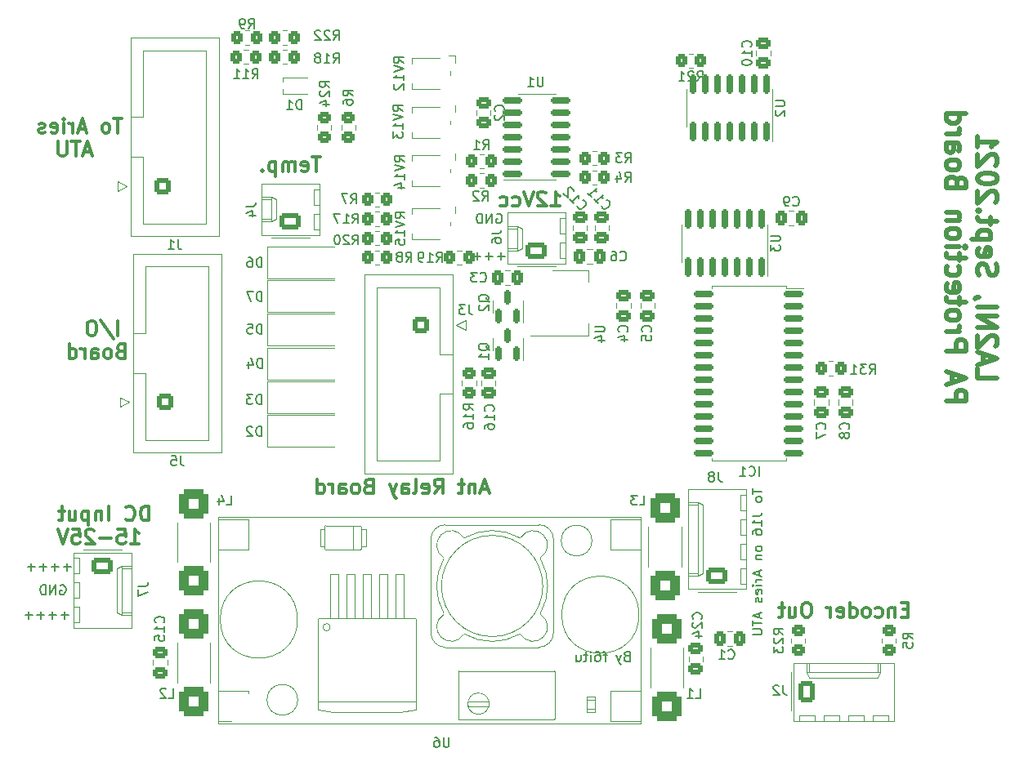
<source format=gbo>
G04 #@! TF.GenerationSoftware,KiCad,Pcbnew,(6.0.0)*
G04 #@! TF.CreationDate,2022-09-04T10:17:37+02:00*
G04 #@! TF.ProjectId,K_PA_Protec,4b5f5041-5f50-4726-9f74-65632e6b6963,rev?*
G04 #@! TF.SameCoordinates,Original*
G04 #@! TF.FileFunction,Legend,Bot*
G04 #@! TF.FilePolarity,Positive*
%FSLAX46Y46*%
G04 Gerber Fmt 4.6, Leading zero omitted, Abs format (unit mm)*
G04 Created by KiCad (PCBNEW (6.0.0)) date 2022-09-04 10:17:37*
%MOMM*%
%LPD*%
G01*
G04 APERTURE LIST*
G04 Aperture macros list*
%AMRoundRect*
0 Rectangle with rounded corners*
0 $1 Rounding radius*
0 $2 $3 $4 $5 $6 $7 $8 $9 X,Y pos of 4 corners*
0 Add a 4 corners polygon primitive as box body*
4,1,4,$2,$3,$4,$5,$6,$7,$8,$9,$2,$3,0*
0 Add four circle primitives for the rounded corners*
1,1,$1+$1,$2,$3*
1,1,$1+$1,$4,$5*
1,1,$1+$1,$6,$7*
1,1,$1+$1,$8,$9*
0 Add four rect primitives between the rounded corners*
20,1,$1+$1,$2,$3,$4,$5,0*
20,1,$1+$1,$4,$5,$6,$7,0*
20,1,$1+$1,$6,$7,$8,$9,0*
20,1,$1+$1,$8,$9,$2,$3,0*%
G04 Aperture macros list end*
%ADD10C,0.150000*%
%ADD11C,0.300000*%
%ADD12C,0.500000*%
%ADD13C,0.120000*%
%ADD14C,0.800000*%
%ADD15C,6.400000*%
%ADD16R,2.000000X2.000000*%
%ADD17C,2.000000*%
%ADD18R,2.000000X3.200000*%
%ADD19RoundRect,0.250000X-0.450000X0.350000X-0.450000X-0.350000X0.450000X-0.350000X0.450000X0.350000X0*%
%ADD20RoundRect,0.250000X0.350000X0.450000X-0.350000X0.450000X-0.350000X-0.450000X0.350000X-0.450000X0*%
%ADD21RoundRect,0.250000X0.337500X0.475000X-0.337500X0.475000X-0.337500X-0.475000X0.337500X-0.475000X0*%
%ADD22RoundRect,0.250000X0.845000X-0.620000X0.845000X0.620000X-0.845000X0.620000X-0.845000X-0.620000X0*%
%ADD23O,2.190000X1.740000*%
%ADD24R,3.500000X1.800000*%
%ADD25RoundRect,0.250000X0.475000X-0.337500X0.475000X0.337500X-0.475000X0.337500X-0.475000X-0.337500X0*%
%ADD26R,1.000000X0.800000*%
%ADD27RoundRect,0.150000X0.875000X0.150000X-0.875000X0.150000X-0.875000X-0.150000X0.875000X-0.150000X0*%
%ADD28R,1.500000X1.500000*%
%ADD29R,1.700000X1.900000*%
%ADD30RoundRect,0.250000X-0.475000X0.337500X-0.475000X-0.337500X0.475000X-0.337500X0.475000X0.337500X0*%
%ADD31RoundRect,0.250000X-0.350000X-0.450000X0.350000X-0.450000X0.350000X0.450000X-0.350000X0.450000X0*%
%ADD32RoundRect,0.250000X0.450000X-0.350000X0.450000X0.350000X-0.450000X0.350000X-0.450000X-0.350000X0*%
%ADD33RoundRect,0.250000X0.600000X0.600000X-0.600000X0.600000X-0.600000X-0.600000X0.600000X-0.600000X0*%
%ADD34C,1.700000*%
%ADD35R,2.000000X1.500000*%
%ADD36R,2.000000X3.800000*%
%ADD37RoundRect,0.250000X-0.620000X-0.845000X0.620000X-0.845000X0.620000X0.845000X-0.620000X0.845000X0*%
%ADD38O,1.740000X2.190000*%
%ADD39RoundRect,0.150000X-0.825000X-0.150000X0.825000X-0.150000X0.825000X0.150000X-0.825000X0.150000X0*%
%ADD40RoundRect,0.491801X-1.008199X1.008199X-1.008199X-1.008199X1.008199X-1.008199X1.008199X1.008199X0*%
%ADD41RoundRect,0.250000X-0.337500X-0.475000X0.337500X-0.475000X0.337500X0.475000X-0.337500X0.475000X0*%
%ADD42RoundRect,0.150000X0.150000X-0.587500X0.150000X0.587500X-0.150000X0.587500X-0.150000X-0.587500X0*%
%ADD43RoundRect,0.250000X-0.845000X0.620000X-0.845000X-0.620000X0.845000X-0.620000X0.845000X0.620000X0*%
%ADD44R,2.540000X2.540000*%
%ADD45C,2.540000*%
%ADD46RoundRect,0.491801X1.008199X-1.008199X1.008199X1.008199X-1.008199X1.008199X-1.008199X-1.008199X0*%
%ADD47R,1.500000X1.600000*%
%ADD48RoundRect,0.250000X-0.600000X-0.600000X0.600000X-0.600000X0.600000X0.600000X-0.600000X0.600000X0*%
%ADD49RoundRect,0.150000X0.150000X-0.825000X0.150000X0.825000X-0.150000X0.825000X-0.150000X-0.825000X0*%
G04 APERTURE END LIST*
D10*
X69988095Y-113071428D02*
X69226190Y-113071428D01*
X69607142Y-113452380D02*
X69607142Y-112690476D01*
X68750000Y-113071428D02*
X67988095Y-113071428D01*
X68369047Y-113452380D02*
X68369047Y-112690476D01*
X67511904Y-113071428D02*
X66750000Y-113071428D01*
X67130952Y-113452380D02*
X67130952Y-112690476D01*
X66273809Y-113071428D02*
X65511904Y-113071428D01*
X65892857Y-113452380D02*
X65892857Y-112690476D01*
D11*
X96107142Y-65578571D02*
X95250000Y-65578571D01*
X95678571Y-67078571D02*
X95678571Y-65578571D01*
X94178571Y-67007142D02*
X94321428Y-67078571D01*
X94607142Y-67078571D01*
X94750000Y-67007142D01*
X94821428Y-66864285D01*
X94821428Y-66292857D01*
X94750000Y-66150000D01*
X94607142Y-66078571D01*
X94321428Y-66078571D01*
X94178571Y-66150000D01*
X94107142Y-66292857D01*
X94107142Y-66435714D01*
X94821428Y-66578571D01*
X93464285Y-67078571D02*
X93464285Y-66078571D01*
X93464285Y-66221428D02*
X93392857Y-66150000D01*
X93250000Y-66078571D01*
X93035714Y-66078571D01*
X92892857Y-66150000D01*
X92821428Y-66292857D01*
X92821428Y-67078571D01*
X92821428Y-66292857D02*
X92750000Y-66150000D01*
X92607142Y-66078571D01*
X92392857Y-66078571D01*
X92250000Y-66150000D01*
X92178571Y-66292857D01*
X92178571Y-67078571D01*
X91464285Y-66078571D02*
X91464285Y-67578571D01*
X91464285Y-66150000D02*
X91321428Y-66078571D01*
X91035714Y-66078571D01*
X90892857Y-66150000D01*
X90821428Y-66221428D01*
X90750000Y-66364285D01*
X90750000Y-66792857D01*
X90821428Y-66935714D01*
X90892857Y-67007142D01*
X91035714Y-67078571D01*
X91321428Y-67078571D01*
X91464285Y-67007142D01*
X90107142Y-66935714D02*
X90035714Y-67007142D01*
X90107142Y-67078571D01*
X90178571Y-67007142D01*
X90107142Y-66935714D01*
X90107142Y-67078571D01*
X75564285Y-61571071D02*
X74707142Y-61571071D01*
X75135714Y-63071071D02*
X75135714Y-61571071D01*
X73992857Y-63071071D02*
X74135714Y-62999642D01*
X74207142Y-62928214D01*
X74278571Y-62785357D01*
X74278571Y-62356785D01*
X74207142Y-62213928D01*
X74135714Y-62142500D01*
X73992857Y-62071071D01*
X73778571Y-62071071D01*
X73635714Y-62142500D01*
X73564285Y-62213928D01*
X73492857Y-62356785D01*
X73492857Y-62785357D01*
X73564285Y-62928214D01*
X73635714Y-62999642D01*
X73778571Y-63071071D01*
X73992857Y-63071071D01*
X71778571Y-62642500D02*
X71064285Y-62642500D01*
X71921428Y-63071071D02*
X71421428Y-61571071D01*
X70921428Y-63071071D01*
X70421428Y-63071071D02*
X70421428Y-62071071D01*
X70421428Y-62356785D02*
X70350000Y-62213928D01*
X70278571Y-62142500D01*
X70135714Y-62071071D01*
X69992857Y-62071071D01*
X69492857Y-63071071D02*
X69492857Y-62071071D01*
X69492857Y-61571071D02*
X69564285Y-61642500D01*
X69492857Y-61713928D01*
X69421428Y-61642500D01*
X69492857Y-61571071D01*
X69492857Y-61713928D01*
X68207142Y-62999642D02*
X68350000Y-63071071D01*
X68635714Y-63071071D01*
X68778571Y-62999642D01*
X68850000Y-62856785D01*
X68850000Y-62285357D01*
X68778571Y-62142500D01*
X68635714Y-62071071D01*
X68350000Y-62071071D01*
X68207142Y-62142500D01*
X68135714Y-62285357D01*
X68135714Y-62428214D01*
X68850000Y-62571071D01*
X67564285Y-62999642D02*
X67421428Y-63071071D01*
X67135714Y-63071071D01*
X66992857Y-62999642D01*
X66921428Y-62856785D01*
X66921428Y-62785357D01*
X66992857Y-62642500D01*
X67135714Y-62571071D01*
X67350000Y-62571071D01*
X67492857Y-62499642D01*
X67564285Y-62356785D01*
X67564285Y-62285357D01*
X67492857Y-62142500D01*
X67350000Y-62071071D01*
X67135714Y-62071071D01*
X66992857Y-62142500D01*
X72314285Y-65057500D02*
X71600000Y-65057500D01*
X72457142Y-65486071D02*
X71957142Y-63986071D01*
X71457142Y-65486071D01*
X71171428Y-63986071D02*
X70314285Y-63986071D01*
X70742857Y-65486071D02*
X70742857Y-63986071D01*
X69814285Y-63986071D02*
X69814285Y-65200357D01*
X69742857Y-65343214D01*
X69671428Y-65414642D01*
X69528571Y-65486071D01*
X69242857Y-65486071D01*
X69100000Y-65414642D01*
X69028571Y-65343214D01*
X68957142Y-65200357D01*
X68957142Y-63986071D01*
D10*
X127828571Y-117328571D02*
X127685714Y-117376190D01*
X127638095Y-117423809D01*
X127590476Y-117519047D01*
X127590476Y-117661904D01*
X127638095Y-117757142D01*
X127685714Y-117804761D01*
X127780952Y-117852380D01*
X128161904Y-117852380D01*
X128161904Y-116852380D01*
X127828571Y-116852380D01*
X127733333Y-116900000D01*
X127685714Y-116947619D01*
X127638095Y-117042857D01*
X127638095Y-117138095D01*
X127685714Y-117233333D01*
X127733333Y-117280952D01*
X127828571Y-117328571D01*
X128161904Y-117328571D01*
X127257142Y-117185714D02*
X127019047Y-117852380D01*
X126780952Y-117185714D02*
X127019047Y-117852380D01*
X127114285Y-118090476D01*
X127161904Y-118138095D01*
X127257142Y-118185714D01*
X125780952Y-117185714D02*
X125400000Y-117185714D01*
X125638095Y-117852380D02*
X125638095Y-116995238D01*
X125590476Y-116900000D01*
X125495238Y-116852380D01*
X125400000Y-116852380D01*
X124638095Y-116852380D02*
X124828571Y-116852380D01*
X124923809Y-116900000D01*
X124971428Y-116947619D01*
X125066666Y-117090476D01*
X125114285Y-117280952D01*
X125114285Y-117661904D01*
X125066666Y-117757142D01*
X125019047Y-117804761D01*
X124923809Y-117852380D01*
X124733333Y-117852380D01*
X124638095Y-117804761D01*
X124590476Y-117757142D01*
X124542857Y-117661904D01*
X124542857Y-117423809D01*
X124590476Y-117328571D01*
X124638095Y-117280952D01*
X124733333Y-117233333D01*
X124923809Y-117233333D01*
X125019047Y-117280952D01*
X125066666Y-117328571D01*
X125114285Y-117423809D01*
X124114285Y-117852380D02*
X124114285Y-117185714D01*
X124114285Y-116852380D02*
X124161904Y-116900000D01*
X124114285Y-116947619D01*
X124066666Y-116900000D01*
X124114285Y-116852380D01*
X124114285Y-116947619D01*
X123780952Y-117185714D02*
X123400000Y-117185714D01*
X123638095Y-116852380D02*
X123638095Y-117709523D01*
X123590476Y-117804761D01*
X123495238Y-117852380D01*
X123400000Y-117852380D01*
X122638095Y-117185714D02*
X122638095Y-117852380D01*
X123066666Y-117185714D02*
X123066666Y-117709523D01*
X123019047Y-117804761D01*
X122923809Y-117852380D01*
X122780952Y-117852380D01*
X122685714Y-117804761D01*
X122638095Y-117757142D01*
D11*
X120014285Y-70678571D02*
X120871428Y-70678571D01*
X120442857Y-70678571D02*
X120442857Y-69178571D01*
X120585714Y-69392857D01*
X120728571Y-69535714D01*
X120871428Y-69607142D01*
X119442857Y-69321428D02*
X119371428Y-69250000D01*
X119228571Y-69178571D01*
X118871428Y-69178571D01*
X118728571Y-69250000D01*
X118657142Y-69321428D01*
X118585714Y-69464285D01*
X118585714Y-69607142D01*
X118657142Y-69821428D01*
X119514285Y-70678571D01*
X118585714Y-70678571D01*
X118157142Y-69178571D02*
X117657142Y-70678571D01*
X117157142Y-69178571D01*
X116014285Y-70607142D02*
X116157142Y-70678571D01*
X116442857Y-70678571D01*
X116585714Y-70607142D01*
X116657142Y-70535714D01*
X116728571Y-70392857D01*
X116728571Y-69964285D01*
X116657142Y-69821428D01*
X116585714Y-69750000D01*
X116442857Y-69678571D01*
X116157142Y-69678571D01*
X116014285Y-69750000D01*
X114728571Y-70607142D02*
X114871428Y-70678571D01*
X115157142Y-70678571D01*
X115300000Y-70607142D01*
X115371428Y-70535714D01*
X115442857Y-70392857D01*
X115442857Y-69964285D01*
X115371428Y-69821428D01*
X115300000Y-69750000D01*
X115157142Y-69678571D01*
X114871428Y-69678571D01*
X114728571Y-69750000D01*
X75142857Y-84071071D02*
X75142857Y-82571071D01*
X73357142Y-82499642D02*
X74642857Y-84428214D01*
X72571428Y-82571071D02*
X72285714Y-82571071D01*
X72142857Y-82642500D01*
X72000000Y-82785357D01*
X71928571Y-83071071D01*
X71928571Y-83571071D01*
X72000000Y-83856785D01*
X72142857Y-83999642D01*
X72285714Y-84071071D01*
X72571428Y-84071071D01*
X72714285Y-83999642D01*
X72857142Y-83856785D01*
X72928571Y-83571071D01*
X72928571Y-83071071D01*
X72857142Y-82785357D01*
X72714285Y-82642500D01*
X72571428Y-82571071D01*
X75392857Y-85700357D02*
X75178571Y-85771785D01*
X75107142Y-85843214D01*
X75035714Y-85986071D01*
X75035714Y-86200357D01*
X75107142Y-86343214D01*
X75178571Y-86414642D01*
X75321428Y-86486071D01*
X75892857Y-86486071D01*
X75892857Y-84986071D01*
X75392857Y-84986071D01*
X75250000Y-85057500D01*
X75178571Y-85128928D01*
X75107142Y-85271785D01*
X75107142Y-85414642D01*
X75178571Y-85557500D01*
X75250000Y-85628928D01*
X75392857Y-85700357D01*
X75892857Y-85700357D01*
X74178571Y-86486071D02*
X74321428Y-86414642D01*
X74392857Y-86343214D01*
X74464285Y-86200357D01*
X74464285Y-85771785D01*
X74392857Y-85628928D01*
X74321428Y-85557500D01*
X74178571Y-85486071D01*
X73964285Y-85486071D01*
X73821428Y-85557500D01*
X73750000Y-85628928D01*
X73678571Y-85771785D01*
X73678571Y-86200357D01*
X73750000Y-86343214D01*
X73821428Y-86414642D01*
X73964285Y-86486071D01*
X74178571Y-86486071D01*
X72392857Y-86486071D02*
X72392857Y-85700357D01*
X72464285Y-85557500D01*
X72607142Y-85486071D01*
X72892857Y-85486071D01*
X73035714Y-85557500D01*
X72392857Y-86414642D02*
X72535714Y-86486071D01*
X72892857Y-86486071D01*
X73035714Y-86414642D01*
X73107142Y-86271785D01*
X73107142Y-86128928D01*
X73035714Y-85986071D01*
X72892857Y-85914642D01*
X72535714Y-85914642D01*
X72392857Y-85843214D01*
X71678571Y-86486071D02*
X71678571Y-85486071D01*
X71678571Y-85771785D02*
X71607142Y-85628928D01*
X71535714Y-85557500D01*
X71392857Y-85486071D01*
X71250000Y-85486071D01*
X70107142Y-86486071D02*
X70107142Y-84986071D01*
X70107142Y-86414642D02*
X70250000Y-86486071D01*
X70535714Y-86486071D01*
X70678571Y-86414642D01*
X70750000Y-86343214D01*
X70821428Y-86200357D01*
X70821428Y-85771785D01*
X70750000Y-85628928D01*
X70678571Y-85557500D01*
X70535714Y-85486071D01*
X70250000Y-85486071D01*
X70107142Y-85557500D01*
X156971428Y-112492857D02*
X156471428Y-112492857D01*
X156257142Y-113278571D02*
X156971428Y-113278571D01*
X156971428Y-111778571D01*
X156257142Y-111778571D01*
X155614285Y-112278571D02*
X155614285Y-113278571D01*
X155614285Y-112421428D02*
X155542857Y-112350000D01*
X155400000Y-112278571D01*
X155185714Y-112278571D01*
X155042857Y-112350000D01*
X154971428Y-112492857D01*
X154971428Y-113278571D01*
X153614285Y-113207142D02*
X153757142Y-113278571D01*
X154042857Y-113278571D01*
X154185714Y-113207142D01*
X154257142Y-113135714D01*
X154328571Y-112992857D01*
X154328571Y-112564285D01*
X154257142Y-112421428D01*
X154185714Y-112350000D01*
X154042857Y-112278571D01*
X153757142Y-112278571D01*
X153614285Y-112350000D01*
X152757142Y-113278571D02*
X152900000Y-113207142D01*
X152971428Y-113135714D01*
X153042857Y-112992857D01*
X153042857Y-112564285D01*
X152971428Y-112421428D01*
X152900000Y-112350000D01*
X152757142Y-112278571D01*
X152542857Y-112278571D01*
X152400000Y-112350000D01*
X152328571Y-112421428D01*
X152257142Y-112564285D01*
X152257142Y-112992857D01*
X152328571Y-113135714D01*
X152400000Y-113207142D01*
X152542857Y-113278571D01*
X152757142Y-113278571D01*
X150971428Y-113278571D02*
X150971428Y-111778571D01*
X150971428Y-113207142D02*
X151114285Y-113278571D01*
X151400000Y-113278571D01*
X151542857Y-113207142D01*
X151614285Y-113135714D01*
X151685714Y-112992857D01*
X151685714Y-112564285D01*
X151614285Y-112421428D01*
X151542857Y-112350000D01*
X151400000Y-112278571D01*
X151114285Y-112278571D01*
X150971428Y-112350000D01*
X149685714Y-113207142D02*
X149828571Y-113278571D01*
X150114285Y-113278571D01*
X150257142Y-113207142D01*
X150328571Y-113064285D01*
X150328571Y-112492857D01*
X150257142Y-112350000D01*
X150114285Y-112278571D01*
X149828571Y-112278571D01*
X149685714Y-112350000D01*
X149614285Y-112492857D01*
X149614285Y-112635714D01*
X150328571Y-112778571D01*
X148971428Y-113278571D02*
X148971428Y-112278571D01*
X148971428Y-112564285D02*
X148900000Y-112421428D01*
X148828571Y-112350000D01*
X148685714Y-112278571D01*
X148542857Y-112278571D01*
X146614285Y-111778571D02*
X146328571Y-111778571D01*
X146185714Y-111850000D01*
X146042857Y-111992857D01*
X145971428Y-112278571D01*
X145971428Y-112778571D01*
X146042857Y-113064285D01*
X146185714Y-113207142D01*
X146328571Y-113278571D01*
X146614285Y-113278571D01*
X146757142Y-113207142D01*
X146900000Y-113064285D01*
X146971428Y-112778571D01*
X146971428Y-112278571D01*
X146900000Y-111992857D01*
X146757142Y-111850000D01*
X146614285Y-111778571D01*
X144685714Y-112278571D02*
X144685714Y-113278571D01*
X145328571Y-112278571D02*
X145328571Y-113064285D01*
X145257142Y-113207142D01*
X145114285Y-113278571D01*
X144900000Y-113278571D01*
X144757142Y-113207142D01*
X144685714Y-113135714D01*
X144185714Y-112278571D02*
X143614285Y-112278571D01*
X143971428Y-111778571D02*
X143971428Y-113064285D01*
X143900000Y-113207142D01*
X143757142Y-113278571D01*
X143614285Y-113278571D01*
D10*
X114361904Y-71500000D02*
X114457142Y-71452380D01*
X114600000Y-71452380D01*
X114742857Y-71500000D01*
X114838095Y-71595238D01*
X114885714Y-71690476D01*
X114933333Y-71880952D01*
X114933333Y-72023809D01*
X114885714Y-72214285D01*
X114838095Y-72309523D01*
X114742857Y-72404761D01*
X114600000Y-72452380D01*
X114504761Y-72452380D01*
X114361904Y-72404761D01*
X114314285Y-72357142D01*
X114314285Y-72023809D01*
X114504761Y-72023809D01*
X113885714Y-72452380D02*
X113885714Y-71452380D01*
X113314285Y-72452380D01*
X113314285Y-71452380D01*
X112838095Y-72452380D02*
X112838095Y-71452380D01*
X112600000Y-71452380D01*
X112457142Y-71500000D01*
X112361904Y-71595238D01*
X112314285Y-71690476D01*
X112266666Y-71880952D01*
X112266666Y-72023809D01*
X112314285Y-72214285D01*
X112361904Y-72309523D01*
X112457142Y-72404761D01*
X112600000Y-72452380D01*
X112838095Y-72452380D01*
X140852380Y-99957142D02*
X140852380Y-100528571D01*
X141852380Y-100242857D02*
X140852380Y-100242857D01*
X141852380Y-101004761D02*
X141804761Y-100909523D01*
X141757142Y-100861904D01*
X141661904Y-100814285D01*
X141376190Y-100814285D01*
X141280952Y-100861904D01*
X141233333Y-100909523D01*
X141185714Y-101004761D01*
X141185714Y-101147619D01*
X141233333Y-101242857D01*
X141280952Y-101290476D01*
X141376190Y-101338095D01*
X141661904Y-101338095D01*
X141757142Y-101290476D01*
X141804761Y-101242857D01*
X141852380Y-101147619D01*
X141852380Y-101004761D01*
X140852380Y-102814285D02*
X141566666Y-102814285D01*
X141709523Y-102766666D01*
X141804761Y-102671428D01*
X141852380Y-102528571D01*
X141852380Y-102433333D01*
X141852380Y-103814285D02*
X141852380Y-103242857D01*
X141852380Y-103528571D02*
X140852380Y-103528571D01*
X140995238Y-103433333D01*
X141090476Y-103338095D01*
X141138095Y-103242857D01*
X140852380Y-104671428D02*
X140852380Y-104480952D01*
X140900000Y-104385714D01*
X140947619Y-104338095D01*
X141090476Y-104242857D01*
X141280952Y-104195238D01*
X141661904Y-104195238D01*
X141757142Y-104242857D01*
X141804761Y-104290476D01*
X141852380Y-104385714D01*
X141852380Y-104576190D01*
X141804761Y-104671428D01*
X141757142Y-104719047D01*
X141661904Y-104766666D01*
X141423809Y-104766666D01*
X141328571Y-104719047D01*
X141280952Y-104671428D01*
X141233333Y-104576190D01*
X141233333Y-104385714D01*
X141280952Y-104290476D01*
X141328571Y-104242857D01*
X141423809Y-104195238D01*
X141852380Y-106100000D02*
X141804761Y-106004761D01*
X141757142Y-105957142D01*
X141661904Y-105909523D01*
X141376190Y-105909523D01*
X141280952Y-105957142D01*
X141233333Y-106004761D01*
X141185714Y-106100000D01*
X141185714Y-106242857D01*
X141233333Y-106338095D01*
X141280952Y-106385714D01*
X141376190Y-106433333D01*
X141661904Y-106433333D01*
X141757142Y-106385714D01*
X141804761Y-106338095D01*
X141852380Y-106242857D01*
X141852380Y-106100000D01*
X141185714Y-106861904D02*
X141852380Y-106861904D01*
X141280952Y-106861904D02*
X141233333Y-106909523D01*
X141185714Y-107004761D01*
X141185714Y-107147619D01*
X141233333Y-107242857D01*
X141328571Y-107290476D01*
X141852380Y-107290476D01*
X141566666Y-108480952D02*
X141566666Y-108957142D01*
X141852380Y-108385714D02*
X140852380Y-108719047D01*
X141852380Y-109052380D01*
X141852380Y-109385714D02*
X141185714Y-109385714D01*
X141376190Y-109385714D02*
X141280952Y-109433333D01*
X141233333Y-109480952D01*
X141185714Y-109576190D01*
X141185714Y-109671428D01*
X141852380Y-110004761D02*
X141185714Y-110004761D01*
X140852380Y-110004761D02*
X140900000Y-109957142D01*
X140947619Y-110004761D01*
X140900000Y-110052380D01*
X140852380Y-110004761D01*
X140947619Y-110004761D01*
X141804761Y-110861904D02*
X141852380Y-110766666D01*
X141852380Y-110576190D01*
X141804761Y-110480952D01*
X141709523Y-110433333D01*
X141328571Y-110433333D01*
X141233333Y-110480952D01*
X141185714Y-110576190D01*
X141185714Y-110766666D01*
X141233333Y-110861904D01*
X141328571Y-110909523D01*
X141423809Y-110909523D01*
X141519047Y-110433333D01*
X141804761Y-111290476D02*
X141852380Y-111385714D01*
X141852380Y-111576190D01*
X141804761Y-111671428D01*
X141709523Y-111719047D01*
X141661904Y-111719047D01*
X141566666Y-111671428D01*
X141519047Y-111576190D01*
X141519047Y-111433333D01*
X141471428Y-111338095D01*
X141376190Y-111290476D01*
X141328571Y-111290476D01*
X141233333Y-111338095D01*
X141185714Y-111433333D01*
X141185714Y-111576190D01*
X141233333Y-111671428D01*
X141566666Y-112861904D02*
X141566666Y-113338095D01*
X141852380Y-112766666D02*
X140852380Y-113100000D01*
X141852380Y-113433333D01*
X140852380Y-113623809D02*
X140852380Y-114195238D01*
X141852380Y-113909523D02*
X140852380Y-113909523D01*
X140852380Y-114528571D02*
X141661904Y-114528571D01*
X141757142Y-114576190D01*
X141804761Y-114623809D01*
X141852380Y-114719047D01*
X141852380Y-114909523D01*
X141804761Y-115004761D01*
X141757142Y-115052380D01*
X141661904Y-115100000D01*
X140852380Y-115100000D01*
D12*
X164205238Y-87523809D02*
X164205238Y-88476190D01*
X166205238Y-88476190D01*
X164776666Y-86952380D02*
X164776666Y-86000000D01*
X164205238Y-87142857D02*
X166205238Y-86476190D01*
X164205238Y-85809523D01*
X166014761Y-85238095D02*
X166110000Y-85142857D01*
X166205238Y-84952380D01*
X166205238Y-84476190D01*
X166110000Y-84285714D01*
X166014761Y-84190476D01*
X165824285Y-84095238D01*
X165633809Y-84095238D01*
X165348095Y-84190476D01*
X164205238Y-85333333D01*
X164205238Y-84095238D01*
X164205238Y-83238095D02*
X166205238Y-83238095D01*
X164205238Y-82095238D01*
X166205238Y-82095238D01*
X164205238Y-81142857D02*
X166205238Y-81142857D01*
X164300476Y-80095238D02*
X164205238Y-80095238D01*
X164014761Y-80190476D01*
X163919523Y-80285714D01*
X164300476Y-77809523D02*
X164205238Y-77523809D01*
X164205238Y-77047619D01*
X164300476Y-76857142D01*
X164395714Y-76761904D01*
X164586190Y-76666666D01*
X164776666Y-76666666D01*
X164967142Y-76761904D01*
X165062380Y-76857142D01*
X165157619Y-77047619D01*
X165252857Y-77428571D01*
X165348095Y-77619047D01*
X165443333Y-77714285D01*
X165633809Y-77809523D01*
X165824285Y-77809523D01*
X166014761Y-77714285D01*
X166110000Y-77619047D01*
X166205238Y-77428571D01*
X166205238Y-76952380D01*
X166110000Y-76666666D01*
X164300476Y-75047619D02*
X164205238Y-75238095D01*
X164205238Y-75619047D01*
X164300476Y-75809523D01*
X164490952Y-75904761D01*
X165252857Y-75904761D01*
X165443333Y-75809523D01*
X165538571Y-75619047D01*
X165538571Y-75238095D01*
X165443333Y-75047619D01*
X165252857Y-74952380D01*
X165062380Y-74952380D01*
X164871904Y-75904761D01*
X165538571Y-74095238D02*
X163538571Y-74095238D01*
X165443333Y-74095238D02*
X165538571Y-73904761D01*
X165538571Y-73523809D01*
X165443333Y-73333333D01*
X165348095Y-73238095D01*
X165157619Y-73142857D01*
X164586190Y-73142857D01*
X164395714Y-73238095D01*
X164300476Y-73333333D01*
X164205238Y-73523809D01*
X164205238Y-73904761D01*
X164300476Y-74095238D01*
X165538571Y-72571428D02*
X165538571Y-71809523D01*
X166205238Y-72285714D02*
X164490952Y-72285714D01*
X164300476Y-72190476D01*
X164205238Y-72000000D01*
X164205238Y-71809523D01*
X164395714Y-71142857D02*
X164300476Y-71047619D01*
X164205238Y-71142857D01*
X164300476Y-71238095D01*
X164395714Y-71142857D01*
X164205238Y-71142857D01*
X166014761Y-70285714D02*
X166110000Y-70190476D01*
X166205238Y-70000000D01*
X166205238Y-69523809D01*
X166110000Y-69333333D01*
X166014761Y-69238095D01*
X165824285Y-69142857D01*
X165633809Y-69142857D01*
X165348095Y-69238095D01*
X164205238Y-70380952D01*
X164205238Y-69142857D01*
X166205238Y-67904761D02*
X166205238Y-67714285D01*
X166110000Y-67523809D01*
X166014761Y-67428571D01*
X165824285Y-67333333D01*
X165443333Y-67238095D01*
X164967142Y-67238095D01*
X164586190Y-67333333D01*
X164395714Y-67428571D01*
X164300476Y-67523809D01*
X164205238Y-67714285D01*
X164205238Y-67904761D01*
X164300476Y-68095238D01*
X164395714Y-68190476D01*
X164586190Y-68285714D01*
X164967142Y-68380952D01*
X165443333Y-68380952D01*
X165824285Y-68285714D01*
X166014761Y-68190476D01*
X166110000Y-68095238D01*
X166205238Y-67904761D01*
X166014761Y-66476190D02*
X166110000Y-66380952D01*
X166205238Y-66190476D01*
X166205238Y-65714285D01*
X166110000Y-65523809D01*
X166014761Y-65428571D01*
X165824285Y-65333333D01*
X165633809Y-65333333D01*
X165348095Y-65428571D01*
X164205238Y-66571428D01*
X164205238Y-65333333D01*
X164205238Y-63428571D02*
X164205238Y-64571428D01*
X164205238Y-64000000D02*
X166205238Y-64000000D01*
X165919523Y-64190476D01*
X165729047Y-64380952D01*
X165633809Y-64571428D01*
X160985238Y-90904761D02*
X162985238Y-90904761D01*
X162985238Y-90142857D01*
X162890000Y-89952380D01*
X162794761Y-89857142D01*
X162604285Y-89761904D01*
X162318571Y-89761904D01*
X162128095Y-89857142D01*
X162032857Y-89952380D01*
X161937619Y-90142857D01*
X161937619Y-90904761D01*
X161556666Y-89000000D02*
X161556666Y-88047619D01*
X160985238Y-89190476D02*
X162985238Y-88523809D01*
X160985238Y-87857142D01*
X160985238Y-85666666D02*
X162985238Y-85666666D01*
X162985238Y-84904761D01*
X162890000Y-84714285D01*
X162794761Y-84619047D01*
X162604285Y-84523809D01*
X162318571Y-84523809D01*
X162128095Y-84619047D01*
X162032857Y-84714285D01*
X161937619Y-84904761D01*
X161937619Y-85666666D01*
X160985238Y-83666666D02*
X162318571Y-83666666D01*
X161937619Y-83666666D02*
X162128095Y-83571428D01*
X162223333Y-83476190D01*
X162318571Y-83285714D01*
X162318571Y-83095238D01*
X160985238Y-82142857D02*
X161080476Y-82333333D01*
X161175714Y-82428571D01*
X161366190Y-82523809D01*
X161937619Y-82523809D01*
X162128095Y-82428571D01*
X162223333Y-82333333D01*
X162318571Y-82142857D01*
X162318571Y-81857142D01*
X162223333Y-81666666D01*
X162128095Y-81571428D01*
X161937619Y-81476190D01*
X161366190Y-81476190D01*
X161175714Y-81571428D01*
X161080476Y-81666666D01*
X160985238Y-81857142D01*
X160985238Y-82142857D01*
X162318571Y-80904761D02*
X162318571Y-80142857D01*
X162985238Y-80619047D02*
X161270952Y-80619047D01*
X161080476Y-80523809D01*
X160985238Y-80333333D01*
X160985238Y-80142857D01*
X161080476Y-78714285D02*
X160985238Y-78904761D01*
X160985238Y-79285714D01*
X161080476Y-79476190D01*
X161270952Y-79571428D01*
X162032857Y-79571428D01*
X162223333Y-79476190D01*
X162318571Y-79285714D01*
X162318571Y-78904761D01*
X162223333Y-78714285D01*
X162032857Y-78619047D01*
X161842380Y-78619047D01*
X161651904Y-79571428D01*
X161080476Y-76904761D02*
X160985238Y-77095238D01*
X160985238Y-77476190D01*
X161080476Y-77666666D01*
X161175714Y-77761904D01*
X161366190Y-77857142D01*
X161937619Y-77857142D01*
X162128095Y-77761904D01*
X162223333Y-77666666D01*
X162318571Y-77476190D01*
X162318571Y-77095238D01*
X162223333Y-76904761D01*
X162318571Y-76333333D02*
X162318571Y-75571428D01*
X162985238Y-76047619D02*
X161270952Y-76047619D01*
X161080476Y-75952380D01*
X160985238Y-75761904D01*
X160985238Y-75571428D01*
X160985238Y-74904761D02*
X162318571Y-74904761D01*
X162985238Y-74904761D02*
X162890000Y-75000000D01*
X162794761Y-74904761D01*
X162890000Y-74809523D01*
X162985238Y-74904761D01*
X162794761Y-74904761D01*
X160985238Y-73666666D02*
X161080476Y-73857142D01*
X161175714Y-73952380D01*
X161366190Y-74047619D01*
X161937619Y-74047619D01*
X162128095Y-73952380D01*
X162223333Y-73857142D01*
X162318571Y-73666666D01*
X162318571Y-73380952D01*
X162223333Y-73190476D01*
X162128095Y-73095238D01*
X161937619Y-73000000D01*
X161366190Y-73000000D01*
X161175714Y-73095238D01*
X161080476Y-73190476D01*
X160985238Y-73380952D01*
X160985238Y-73666666D01*
X162318571Y-72142857D02*
X160985238Y-72142857D01*
X162128095Y-72142857D02*
X162223333Y-72047619D01*
X162318571Y-71857142D01*
X162318571Y-71571428D01*
X162223333Y-71380952D01*
X162032857Y-71285714D01*
X160985238Y-71285714D01*
X162032857Y-68142857D02*
X161937619Y-67857142D01*
X161842380Y-67761904D01*
X161651904Y-67666666D01*
X161366190Y-67666666D01*
X161175714Y-67761904D01*
X161080476Y-67857142D01*
X160985238Y-68047619D01*
X160985238Y-68809523D01*
X162985238Y-68809523D01*
X162985238Y-68142857D01*
X162890000Y-67952380D01*
X162794761Y-67857142D01*
X162604285Y-67761904D01*
X162413809Y-67761904D01*
X162223333Y-67857142D01*
X162128095Y-67952380D01*
X162032857Y-68142857D01*
X162032857Y-68809523D01*
X160985238Y-66523809D02*
X161080476Y-66714285D01*
X161175714Y-66809523D01*
X161366190Y-66904761D01*
X161937619Y-66904761D01*
X162128095Y-66809523D01*
X162223333Y-66714285D01*
X162318571Y-66523809D01*
X162318571Y-66238095D01*
X162223333Y-66047619D01*
X162128095Y-65952380D01*
X161937619Y-65857142D01*
X161366190Y-65857142D01*
X161175714Y-65952380D01*
X161080476Y-66047619D01*
X160985238Y-66238095D01*
X160985238Y-66523809D01*
X160985238Y-64142857D02*
X162032857Y-64142857D01*
X162223333Y-64238095D01*
X162318571Y-64428571D01*
X162318571Y-64809523D01*
X162223333Y-65000000D01*
X161080476Y-64142857D02*
X160985238Y-64333333D01*
X160985238Y-64809523D01*
X161080476Y-65000000D01*
X161270952Y-65095238D01*
X161461428Y-65095238D01*
X161651904Y-65000000D01*
X161747142Y-64809523D01*
X161747142Y-64333333D01*
X161842380Y-64142857D01*
X160985238Y-63190476D02*
X162318571Y-63190476D01*
X161937619Y-63190476D02*
X162128095Y-63095238D01*
X162223333Y-63000000D01*
X162318571Y-62809523D01*
X162318571Y-62619047D01*
X160985238Y-61095238D02*
X162985238Y-61095238D01*
X161080476Y-61095238D02*
X160985238Y-61285714D01*
X160985238Y-61666666D01*
X161080476Y-61857142D01*
X161175714Y-61952380D01*
X161366190Y-62047619D01*
X161937619Y-62047619D01*
X162128095Y-61952380D01*
X162223333Y-61857142D01*
X162318571Y-61666666D01*
X162318571Y-61285714D01*
X162223333Y-61095238D01*
D10*
X115200000Y-75871428D02*
X114438095Y-75871428D01*
X114819047Y-76252380D02*
X114819047Y-75490476D01*
X113961904Y-75871428D02*
X113200000Y-75871428D01*
X113580952Y-76252380D02*
X113580952Y-75490476D01*
X112723809Y-75871428D02*
X111961904Y-75871428D01*
X112342857Y-76252380D02*
X112342857Y-75490476D01*
X69161904Y-110000000D02*
X69257142Y-109952380D01*
X69400000Y-109952380D01*
X69542857Y-110000000D01*
X69638095Y-110095238D01*
X69685714Y-110190476D01*
X69733333Y-110380952D01*
X69733333Y-110523809D01*
X69685714Y-110714285D01*
X69638095Y-110809523D01*
X69542857Y-110904761D01*
X69400000Y-110952380D01*
X69304761Y-110952380D01*
X69161904Y-110904761D01*
X69114285Y-110857142D01*
X69114285Y-110523809D01*
X69304761Y-110523809D01*
X68685714Y-110952380D02*
X68685714Y-109952380D01*
X68114285Y-110952380D01*
X68114285Y-109952380D01*
X67638095Y-110952380D02*
X67638095Y-109952380D01*
X67400000Y-109952380D01*
X67257142Y-110000000D01*
X67161904Y-110095238D01*
X67114285Y-110190476D01*
X67066666Y-110380952D01*
X67066666Y-110523809D01*
X67114285Y-110714285D01*
X67161904Y-110809523D01*
X67257142Y-110904761D01*
X67400000Y-110952380D01*
X67638095Y-110952380D01*
X70238095Y-108071428D02*
X69476190Y-108071428D01*
X69857142Y-108452380D02*
X69857142Y-107690476D01*
X69000000Y-108071428D02*
X68238095Y-108071428D01*
X68619047Y-108452380D02*
X68619047Y-107690476D01*
X67761904Y-108071428D02*
X67000000Y-108071428D01*
X67380952Y-108452380D02*
X67380952Y-107690476D01*
X66523809Y-108071428D02*
X65761904Y-108071428D01*
X66142857Y-108452380D02*
X66142857Y-107690476D01*
D11*
X113492857Y-100050000D02*
X112778571Y-100050000D01*
X113635714Y-100478571D02*
X113135714Y-98978571D01*
X112635714Y-100478571D01*
X112135714Y-99478571D02*
X112135714Y-100478571D01*
X112135714Y-99621428D02*
X112064285Y-99550000D01*
X111921428Y-99478571D01*
X111707142Y-99478571D01*
X111564285Y-99550000D01*
X111492857Y-99692857D01*
X111492857Y-100478571D01*
X110992857Y-99478571D02*
X110421428Y-99478571D01*
X110778571Y-98978571D02*
X110778571Y-100264285D01*
X110707142Y-100407142D01*
X110564285Y-100478571D01*
X110421428Y-100478571D01*
X107921428Y-100478571D02*
X108421428Y-99764285D01*
X108778571Y-100478571D02*
X108778571Y-98978571D01*
X108207142Y-98978571D01*
X108064285Y-99050000D01*
X107992857Y-99121428D01*
X107921428Y-99264285D01*
X107921428Y-99478571D01*
X107992857Y-99621428D01*
X108064285Y-99692857D01*
X108207142Y-99764285D01*
X108778571Y-99764285D01*
X106707142Y-100407142D02*
X106850000Y-100478571D01*
X107135714Y-100478571D01*
X107278571Y-100407142D01*
X107350000Y-100264285D01*
X107350000Y-99692857D01*
X107278571Y-99550000D01*
X107135714Y-99478571D01*
X106850000Y-99478571D01*
X106707142Y-99550000D01*
X106635714Y-99692857D01*
X106635714Y-99835714D01*
X107350000Y-99978571D01*
X105778571Y-100478571D02*
X105921428Y-100407142D01*
X105992857Y-100264285D01*
X105992857Y-98978571D01*
X104564285Y-100478571D02*
X104564285Y-99692857D01*
X104635714Y-99550000D01*
X104778571Y-99478571D01*
X105064285Y-99478571D01*
X105207142Y-99550000D01*
X104564285Y-100407142D02*
X104707142Y-100478571D01*
X105064285Y-100478571D01*
X105207142Y-100407142D01*
X105278571Y-100264285D01*
X105278571Y-100121428D01*
X105207142Y-99978571D01*
X105064285Y-99907142D01*
X104707142Y-99907142D01*
X104564285Y-99835714D01*
X103992857Y-99478571D02*
X103635714Y-100478571D01*
X103278571Y-99478571D02*
X103635714Y-100478571D01*
X103778571Y-100835714D01*
X103850000Y-100907142D01*
X103992857Y-100978571D01*
X101064285Y-99692857D02*
X100850000Y-99764285D01*
X100778571Y-99835714D01*
X100707142Y-99978571D01*
X100707142Y-100192857D01*
X100778571Y-100335714D01*
X100850000Y-100407142D01*
X100992857Y-100478571D01*
X101564285Y-100478571D01*
X101564285Y-98978571D01*
X101064285Y-98978571D01*
X100921428Y-99050000D01*
X100850000Y-99121428D01*
X100778571Y-99264285D01*
X100778571Y-99407142D01*
X100850000Y-99550000D01*
X100921428Y-99621428D01*
X101064285Y-99692857D01*
X101564285Y-99692857D01*
X99850000Y-100478571D02*
X99992857Y-100407142D01*
X100064285Y-100335714D01*
X100135714Y-100192857D01*
X100135714Y-99764285D01*
X100064285Y-99621428D01*
X99992857Y-99550000D01*
X99850000Y-99478571D01*
X99635714Y-99478571D01*
X99492857Y-99550000D01*
X99421428Y-99621428D01*
X99350000Y-99764285D01*
X99350000Y-100192857D01*
X99421428Y-100335714D01*
X99492857Y-100407142D01*
X99635714Y-100478571D01*
X99850000Y-100478571D01*
X98064285Y-100478571D02*
X98064285Y-99692857D01*
X98135714Y-99550000D01*
X98278571Y-99478571D01*
X98564285Y-99478571D01*
X98707142Y-99550000D01*
X98064285Y-100407142D02*
X98207142Y-100478571D01*
X98564285Y-100478571D01*
X98707142Y-100407142D01*
X98778571Y-100264285D01*
X98778571Y-100121428D01*
X98707142Y-99978571D01*
X98564285Y-99907142D01*
X98207142Y-99907142D01*
X98064285Y-99835714D01*
X97350000Y-100478571D02*
X97350000Y-99478571D01*
X97350000Y-99764285D02*
X97278571Y-99621428D01*
X97207142Y-99550000D01*
X97064285Y-99478571D01*
X96921428Y-99478571D01*
X95778571Y-100478571D02*
X95778571Y-98978571D01*
X95778571Y-100407142D02*
X95921428Y-100478571D01*
X96207142Y-100478571D01*
X96350000Y-100407142D01*
X96421428Y-100335714D01*
X96492857Y-100192857D01*
X96492857Y-99764285D01*
X96421428Y-99621428D01*
X96350000Y-99550000D01*
X96207142Y-99478571D01*
X95921428Y-99478571D01*
X95778571Y-99550000D01*
X78307142Y-103271071D02*
X78307142Y-101771071D01*
X77950000Y-101771071D01*
X77735714Y-101842500D01*
X77592857Y-101985357D01*
X77521428Y-102128214D01*
X77450000Y-102413928D01*
X77450000Y-102628214D01*
X77521428Y-102913928D01*
X77592857Y-103056785D01*
X77735714Y-103199642D01*
X77950000Y-103271071D01*
X78307142Y-103271071D01*
X75950000Y-103128214D02*
X76021428Y-103199642D01*
X76235714Y-103271071D01*
X76378571Y-103271071D01*
X76592857Y-103199642D01*
X76735714Y-103056785D01*
X76807142Y-102913928D01*
X76878571Y-102628214D01*
X76878571Y-102413928D01*
X76807142Y-102128214D01*
X76735714Y-101985357D01*
X76592857Y-101842500D01*
X76378571Y-101771071D01*
X76235714Y-101771071D01*
X76021428Y-101842500D01*
X75950000Y-101913928D01*
X74164285Y-103271071D02*
X74164285Y-101771071D01*
X73450000Y-102271071D02*
X73450000Y-103271071D01*
X73450000Y-102413928D02*
X73378571Y-102342500D01*
X73235714Y-102271071D01*
X73021428Y-102271071D01*
X72878571Y-102342500D01*
X72807142Y-102485357D01*
X72807142Y-103271071D01*
X72092857Y-102271071D02*
X72092857Y-103771071D01*
X72092857Y-102342500D02*
X71950000Y-102271071D01*
X71664285Y-102271071D01*
X71521428Y-102342500D01*
X71450000Y-102413928D01*
X71378571Y-102556785D01*
X71378571Y-102985357D01*
X71450000Y-103128214D01*
X71521428Y-103199642D01*
X71664285Y-103271071D01*
X71950000Y-103271071D01*
X72092857Y-103199642D01*
X70092857Y-102271071D02*
X70092857Y-103271071D01*
X70735714Y-102271071D02*
X70735714Y-103056785D01*
X70664285Y-103199642D01*
X70521428Y-103271071D01*
X70307142Y-103271071D01*
X70164285Y-103199642D01*
X70092857Y-103128214D01*
X69592857Y-102271071D02*
X69021428Y-102271071D01*
X69378571Y-101771071D02*
X69378571Y-103056785D01*
X69307142Y-103199642D01*
X69164285Y-103271071D01*
X69021428Y-103271071D01*
X76485714Y-105686071D02*
X77342857Y-105686071D01*
X76914285Y-105686071D02*
X76914285Y-104186071D01*
X77057142Y-104400357D01*
X77200000Y-104543214D01*
X77342857Y-104614642D01*
X75128571Y-104186071D02*
X75842857Y-104186071D01*
X75914285Y-104900357D01*
X75842857Y-104828928D01*
X75700000Y-104757500D01*
X75342857Y-104757500D01*
X75200000Y-104828928D01*
X75128571Y-104900357D01*
X75057142Y-105043214D01*
X75057142Y-105400357D01*
X75128571Y-105543214D01*
X75200000Y-105614642D01*
X75342857Y-105686071D01*
X75700000Y-105686071D01*
X75842857Y-105614642D01*
X75914285Y-105543214D01*
X74414285Y-105114642D02*
X73271428Y-105114642D01*
X72628571Y-104328928D02*
X72557142Y-104257500D01*
X72414285Y-104186071D01*
X72057142Y-104186071D01*
X71914285Y-104257500D01*
X71842857Y-104328928D01*
X71771428Y-104471785D01*
X71771428Y-104614642D01*
X71842857Y-104828928D01*
X72700000Y-105686071D01*
X71771428Y-105686071D01*
X70414285Y-104186071D02*
X71128571Y-104186071D01*
X71200000Y-104900357D01*
X71128571Y-104828928D01*
X70985714Y-104757500D01*
X70628571Y-104757500D01*
X70485714Y-104828928D01*
X70414285Y-104900357D01*
X70342857Y-105043214D01*
X70342857Y-105400357D01*
X70414285Y-105543214D01*
X70485714Y-105614642D01*
X70628571Y-105686071D01*
X70985714Y-105686071D01*
X71128571Y-105614642D01*
X71200000Y-105543214D01*
X69914285Y-104186071D02*
X69414285Y-105686071D01*
X68914285Y-104186071D01*
D10*
X157452380Y-115533333D02*
X156976190Y-115200000D01*
X157452380Y-114961904D02*
X156452380Y-114961904D01*
X156452380Y-115342857D01*
X156500000Y-115438095D01*
X156547619Y-115485714D01*
X156642857Y-115533333D01*
X156785714Y-115533333D01*
X156880952Y-115485714D01*
X156928571Y-115438095D01*
X156976190Y-115342857D01*
X156976190Y-114961904D01*
X156452380Y-116438095D02*
X156452380Y-115961904D01*
X156928571Y-115914285D01*
X156880952Y-115961904D01*
X156833333Y-116057142D01*
X156833333Y-116295238D01*
X156880952Y-116390476D01*
X156928571Y-116438095D01*
X157023809Y-116485714D01*
X157261904Y-116485714D01*
X157357142Y-116438095D01*
X157404761Y-116390476D01*
X157452380Y-116295238D01*
X157452380Y-116057142D01*
X157404761Y-115961904D01*
X157357142Y-115914285D01*
X99266666Y-70402380D02*
X99600000Y-69926190D01*
X99838095Y-70402380D02*
X99838095Y-69402380D01*
X99457142Y-69402380D01*
X99361904Y-69450000D01*
X99314285Y-69497619D01*
X99266666Y-69592857D01*
X99266666Y-69735714D01*
X99314285Y-69830952D01*
X99361904Y-69878571D01*
X99457142Y-69926190D01*
X99838095Y-69926190D01*
X98933333Y-69402380D02*
X98266666Y-69402380D01*
X98695238Y-70402380D01*
X145066666Y-70577142D02*
X145114285Y-70624761D01*
X145257142Y-70672380D01*
X145352380Y-70672380D01*
X145495238Y-70624761D01*
X145590476Y-70529523D01*
X145638095Y-70434285D01*
X145685714Y-70243809D01*
X145685714Y-70100952D01*
X145638095Y-69910476D01*
X145590476Y-69815238D01*
X145495238Y-69720000D01*
X145352380Y-69672380D01*
X145257142Y-69672380D01*
X145114285Y-69720000D01*
X145066666Y-69767619D01*
X144590476Y-70672380D02*
X144400000Y-70672380D01*
X144304761Y-70624761D01*
X144257142Y-70577142D01*
X144161904Y-70434285D01*
X144114285Y-70243809D01*
X144114285Y-69862857D01*
X144161904Y-69767619D01*
X144209523Y-69720000D01*
X144304761Y-69672380D01*
X144495238Y-69672380D01*
X144590476Y-69720000D01*
X144638095Y-69767619D01*
X144685714Y-69862857D01*
X144685714Y-70100952D01*
X144638095Y-70196190D01*
X144590476Y-70243809D01*
X144495238Y-70291428D01*
X144304761Y-70291428D01*
X144209523Y-70243809D01*
X144161904Y-70196190D01*
X144114285Y-70100952D01*
X137333333Y-98252380D02*
X137333333Y-98966666D01*
X137380952Y-99109523D01*
X137476190Y-99204761D01*
X137619047Y-99252380D01*
X137714285Y-99252380D01*
X136714285Y-98680952D02*
X136809523Y-98633333D01*
X136857142Y-98585714D01*
X136904761Y-98490476D01*
X136904761Y-98442857D01*
X136857142Y-98347619D01*
X136809523Y-98300000D01*
X136714285Y-98252380D01*
X136523809Y-98252380D01*
X136428571Y-98300000D01*
X136380952Y-98347619D01*
X136333333Y-98442857D01*
X136333333Y-98490476D01*
X136380952Y-98585714D01*
X136428571Y-98633333D01*
X136523809Y-98680952D01*
X136714285Y-98680952D01*
X136809523Y-98728571D01*
X136857142Y-98776190D01*
X136904761Y-98871428D01*
X136904761Y-99061904D01*
X136857142Y-99157142D01*
X136809523Y-99204761D01*
X136714285Y-99252380D01*
X136523809Y-99252380D01*
X136428571Y-99204761D01*
X136380952Y-99157142D01*
X136333333Y-99061904D01*
X136333333Y-98871428D01*
X136380952Y-98776190D01*
X136428571Y-98728571D01*
X136523809Y-98680952D01*
X127166666Y-76257142D02*
X127214285Y-76304761D01*
X127357142Y-76352380D01*
X127452380Y-76352380D01*
X127595238Y-76304761D01*
X127690476Y-76209523D01*
X127738095Y-76114285D01*
X127785714Y-75923809D01*
X127785714Y-75780952D01*
X127738095Y-75590476D01*
X127690476Y-75495238D01*
X127595238Y-75400000D01*
X127452380Y-75352380D01*
X127357142Y-75352380D01*
X127214285Y-75400000D01*
X127166666Y-75447619D01*
X126309523Y-75352380D02*
X126500000Y-75352380D01*
X126595238Y-75400000D01*
X126642857Y-75447619D01*
X126738095Y-75590476D01*
X126785714Y-75780952D01*
X126785714Y-76161904D01*
X126738095Y-76257142D01*
X126690476Y-76304761D01*
X126595238Y-76352380D01*
X126404761Y-76352380D01*
X126309523Y-76304761D01*
X126261904Y-76257142D01*
X126214285Y-76161904D01*
X126214285Y-75923809D01*
X126261904Y-75828571D01*
X126309523Y-75780952D01*
X126404761Y-75733333D01*
X126595238Y-75733333D01*
X126690476Y-75780952D01*
X126738095Y-75828571D01*
X126785714Y-75923809D01*
X152992857Y-88052380D02*
X153326190Y-87576190D01*
X153564285Y-88052380D02*
X153564285Y-87052380D01*
X153183333Y-87052380D01*
X153088095Y-87100000D01*
X153040476Y-87147619D01*
X152992857Y-87242857D01*
X152992857Y-87385714D01*
X153040476Y-87480952D01*
X153088095Y-87528571D01*
X153183333Y-87576190D01*
X153564285Y-87576190D01*
X152659523Y-87052380D02*
X152040476Y-87052380D01*
X152373809Y-87433333D01*
X152230952Y-87433333D01*
X152135714Y-87480952D01*
X152088095Y-87528571D01*
X152040476Y-87623809D01*
X152040476Y-87861904D01*
X152088095Y-87957142D01*
X152135714Y-88004761D01*
X152230952Y-88052380D01*
X152516666Y-88052380D01*
X152611904Y-88004761D01*
X152659523Y-87957142D01*
X151088095Y-88052380D02*
X151659523Y-88052380D01*
X151373809Y-88052380D02*
X151373809Y-87052380D01*
X151469047Y-87195238D01*
X151564285Y-87290476D01*
X151659523Y-87338095D01*
X89988095Y-91202380D02*
X89988095Y-90202380D01*
X89750000Y-90202380D01*
X89607142Y-90250000D01*
X89511904Y-90345238D01*
X89464285Y-90440476D01*
X89416666Y-90630952D01*
X89416666Y-90773809D01*
X89464285Y-90964285D01*
X89511904Y-91059523D01*
X89607142Y-91154761D01*
X89750000Y-91202380D01*
X89988095Y-91202380D01*
X89083333Y-90202380D02*
X88464285Y-90202380D01*
X88797619Y-90583333D01*
X88654761Y-90583333D01*
X88559523Y-90630952D01*
X88511904Y-90678571D01*
X88464285Y-90773809D01*
X88464285Y-91011904D01*
X88511904Y-91107142D01*
X88559523Y-91154761D01*
X88654761Y-91202380D01*
X88940476Y-91202380D01*
X89035714Y-91154761D01*
X89083333Y-91107142D01*
X150807142Y-93783333D02*
X150854761Y-93735714D01*
X150902380Y-93592857D01*
X150902380Y-93497619D01*
X150854761Y-93354761D01*
X150759523Y-93259523D01*
X150664285Y-93211904D01*
X150473809Y-93164285D01*
X150330952Y-93164285D01*
X150140476Y-93211904D01*
X150045238Y-93259523D01*
X149950000Y-93354761D01*
X149902380Y-93497619D01*
X149902380Y-93592857D01*
X149950000Y-93735714D01*
X149997619Y-93783333D01*
X150330952Y-94354761D02*
X150283333Y-94259523D01*
X150235714Y-94211904D01*
X150140476Y-94164285D01*
X150092857Y-94164285D01*
X149997619Y-94211904D01*
X149950000Y-94259523D01*
X149902380Y-94354761D01*
X149902380Y-94545238D01*
X149950000Y-94640476D01*
X149997619Y-94688095D01*
X150092857Y-94735714D01*
X150140476Y-94735714D01*
X150235714Y-94688095D01*
X150283333Y-94640476D01*
X150330952Y-94545238D01*
X150330952Y-94354761D01*
X150378571Y-94259523D01*
X150426190Y-94211904D01*
X150521428Y-94164285D01*
X150711904Y-94164285D01*
X150807142Y-94211904D01*
X150854761Y-94259523D01*
X150902380Y-94354761D01*
X150902380Y-94545238D01*
X150854761Y-94640476D01*
X150807142Y-94688095D01*
X150711904Y-94735714D01*
X150521428Y-94735714D01*
X150426190Y-94688095D01*
X150378571Y-94640476D01*
X150330952Y-94545238D01*
X90038095Y-77002380D02*
X90038095Y-76002380D01*
X89800000Y-76002380D01*
X89657142Y-76050000D01*
X89561904Y-76145238D01*
X89514285Y-76240476D01*
X89466666Y-76430952D01*
X89466666Y-76573809D01*
X89514285Y-76764285D01*
X89561904Y-76859523D01*
X89657142Y-76954761D01*
X89800000Y-77002380D01*
X90038095Y-77002380D01*
X88609523Y-76002380D02*
X88800000Y-76002380D01*
X88895238Y-76050000D01*
X88942857Y-76097619D01*
X89038095Y-76240476D01*
X89085714Y-76430952D01*
X89085714Y-76811904D01*
X89038095Y-76907142D01*
X88990476Y-76954761D01*
X88895238Y-77002380D01*
X88704761Y-77002380D01*
X88609523Y-76954761D01*
X88561904Y-76907142D01*
X88514285Y-76811904D01*
X88514285Y-76573809D01*
X88561904Y-76478571D01*
X88609523Y-76430952D01*
X88704761Y-76383333D01*
X88895238Y-76383333D01*
X88990476Y-76430952D01*
X89038095Y-76478571D01*
X89085714Y-76573809D01*
X88402380Y-70716666D02*
X89116666Y-70716666D01*
X89259523Y-70669047D01*
X89354761Y-70573809D01*
X89402380Y-70430952D01*
X89402380Y-70335714D01*
X88735714Y-71621428D02*
X89402380Y-71621428D01*
X88354761Y-71383333D02*
X89069047Y-71145238D01*
X89069047Y-71764285D01*
X94138095Y-60652380D02*
X94138095Y-59652380D01*
X93900000Y-59652380D01*
X93757142Y-59700000D01*
X93661904Y-59795238D01*
X93614285Y-59890476D01*
X93566666Y-60080952D01*
X93566666Y-60223809D01*
X93614285Y-60414285D01*
X93661904Y-60509523D01*
X93757142Y-60604761D01*
X93900000Y-60652380D01*
X94138095Y-60652380D01*
X92614285Y-60652380D02*
X93185714Y-60652380D01*
X92900000Y-60652380D02*
X92900000Y-59652380D01*
X92995238Y-59795238D01*
X93090476Y-59890476D01*
X93185714Y-59938095D01*
X144052380Y-115057142D02*
X143576190Y-114723809D01*
X144052380Y-114485714D02*
X143052380Y-114485714D01*
X143052380Y-114866666D01*
X143100000Y-114961904D01*
X143147619Y-115009523D01*
X143242857Y-115057142D01*
X143385714Y-115057142D01*
X143480952Y-115009523D01*
X143528571Y-114961904D01*
X143576190Y-114866666D01*
X143576190Y-114485714D01*
X143147619Y-115438095D02*
X143100000Y-115485714D01*
X143052380Y-115580952D01*
X143052380Y-115819047D01*
X143100000Y-115914285D01*
X143147619Y-115961904D01*
X143242857Y-116009523D01*
X143338095Y-116009523D01*
X143480952Y-115961904D01*
X144052380Y-115390476D01*
X144052380Y-116009523D01*
X143052380Y-116342857D02*
X143052380Y-116961904D01*
X143433333Y-116628571D01*
X143433333Y-116771428D01*
X143480952Y-116866666D01*
X143528571Y-116914285D01*
X143623809Y-116961904D01*
X143861904Y-116961904D01*
X143957142Y-116914285D01*
X144004761Y-116866666D01*
X144052380Y-116771428D01*
X144052380Y-116485714D01*
X144004761Y-116390476D01*
X143957142Y-116342857D01*
X99452380Y-59233333D02*
X98976190Y-58900000D01*
X99452380Y-58661904D02*
X98452380Y-58661904D01*
X98452380Y-59042857D01*
X98500000Y-59138095D01*
X98547619Y-59185714D01*
X98642857Y-59233333D01*
X98785714Y-59233333D01*
X98880952Y-59185714D01*
X98928571Y-59138095D01*
X98976190Y-59042857D01*
X98976190Y-58661904D01*
X98452380Y-60090476D02*
X98452380Y-59900000D01*
X98500000Y-59804761D01*
X98547619Y-59757142D01*
X98690476Y-59661904D01*
X98880952Y-59614285D01*
X99261904Y-59614285D01*
X99357142Y-59661904D01*
X99404761Y-59709523D01*
X99452380Y-59804761D01*
X99452380Y-59995238D01*
X99404761Y-60090476D01*
X99357142Y-60138095D01*
X99261904Y-60185714D01*
X99023809Y-60185714D01*
X98928571Y-60138095D01*
X98880952Y-60090476D01*
X98833333Y-59995238D01*
X98833333Y-59804761D01*
X98880952Y-59709523D01*
X98928571Y-59661904D01*
X99023809Y-59614285D01*
X141576190Y-98652380D02*
X141576190Y-97652380D01*
X140528571Y-98557142D02*
X140576190Y-98604761D01*
X140719047Y-98652380D01*
X140814285Y-98652380D01*
X140957142Y-98604761D01*
X141052380Y-98509523D01*
X141100000Y-98414285D01*
X141147619Y-98223809D01*
X141147619Y-98080952D01*
X141100000Y-97890476D01*
X141052380Y-97795238D01*
X140957142Y-97700000D01*
X140814285Y-97652380D01*
X140719047Y-97652380D01*
X140576190Y-97700000D01*
X140528571Y-97747619D01*
X139576190Y-98652380D02*
X140147619Y-98652380D01*
X139861904Y-98652380D02*
X139861904Y-97652380D01*
X139957142Y-97795238D01*
X140052380Y-97890476D01*
X140147619Y-97938095D01*
X97442857Y-53452380D02*
X97776190Y-52976190D01*
X98014285Y-53452380D02*
X98014285Y-52452380D01*
X97633333Y-52452380D01*
X97538095Y-52500000D01*
X97490476Y-52547619D01*
X97442857Y-52642857D01*
X97442857Y-52785714D01*
X97490476Y-52880952D01*
X97538095Y-52928571D01*
X97633333Y-52976190D01*
X98014285Y-52976190D01*
X97061904Y-52547619D02*
X97014285Y-52500000D01*
X96919047Y-52452380D01*
X96680952Y-52452380D01*
X96585714Y-52500000D01*
X96538095Y-52547619D01*
X96490476Y-52642857D01*
X96490476Y-52738095D01*
X96538095Y-52880952D01*
X97109523Y-53452380D01*
X96490476Y-53452380D01*
X96109523Y-52547619D02*
X96061904Y-52500000D01*
X95966666Y-52452380D01*
X95728571Y-52452380D01*
X95633333Y-52500000D01*
X95585714Y-52547619D01*
X95538095Y-52642857D01*
X95538095Y-52738095D01*
X95585714Y-52880952D01*
X96157142Y-53452380D01*
X95538095Y-53452380D01*
X90038095Y-83902380D02*
X90038095Y-82902380D01*
X89800000Y-82902380D01*
X89657142Y-82950000D01*
X89561904Y-83045238D01*
X89514285Y-83140476D01*
X89466666Y-83330952D01*
X89466666Y-83473809D01*
X89514285Y-83664285D01*
X89561904Y-83759523D01*
X89657142Y-83854761D01*
X89800000Y-83902380D01*
X90038095Y-83902380D01*
X88561904Y-82902380D02*
X89038095Y-82902380D01*
X89085714Y-83378571D01*
X89038095Y-83330952D01*
X88942857Y-83283333D01*
X88704761Y-83283333D01*
X88609523Y-83330952D01*
X88561904Y-83378571D01*
X88514285Y-83473809D01*
X88514285Y-83711904D01*
X88561904Y-83807142D01*
X88609523Y-83854761D01*
X88704761Y-83902380D01*
X88942857Y-83902380D01*
X89038095Y-83854761D01*
X89085714Y-83807142D01*
X104652380Y-60828571D02*
X104176190Y-60495238D01*
X104652380Y-60257142D02*
X103652380Y-60257142D01*
X103652380Y-60638095D01*
X103700000Y-60733333D01*
X103747619Y-60780952D01*
X103842857Y-60828571D01*
X103985714Y-60828571D01*
X104080952Y-60780952D01*
X104128571Y-60733333D01*
X104176190Y-60638095D01*
X104176190Y-60257142D01*
X103652380Y-61114285D02*
X104652380Y-61447619D01*
X103652380Y-61780952D01*
X104652380Y-62638095D02*
X104652380Y-62066666D01*
X104652380Y-62352380D02*
X103652380Y-62352380D01*
X103795238Y-62257142D01*
X103890476Y-62161904D01*
X103938095Y-62066666D01*
X103652380Y-62971428D02*
X103652380Y-63590476D01*
X104033333Y-63257142D01*
X104033333Y-63400000D01*
X104080952Y-63495238D01*
X104128571Y-63542857D01*
X104223809Y-63590476D01*
X104461904Y-63590476D01*
X104557142Y-63542857D01*
X104604761Y-63495238D01*
X104652380Y-63400000D01*
X104652380Y-63114285D01*
X104604761Y-63019047D01*
X104557142Y-62971428D01*
X125202030Y-70607106D02*
X125202030Y-70674450D01*
X125269374Y-70809137D01*
X125336717Y-70876480D01*
X125471404Y-70943824D01*
X125606091Y-70943824D01*
X125707106Y-70910152D01*
X125875465Y-70809137D01*
X125976480Y-70708122D01*
X126077496Y-70539763D01*
X126111167Y-70438748D01*
X126111167Y-70304061D01*
X126043824Y-70169374D01*
X125976480Y-70102030D01*
X125841793Y-70034687D01*
X125774450Y-70034687D01*
X124461251Y-70001015D02*
X124865312Y-70405076D01*
X124663282Y-70203045D02*
X125370389Y-69495938D01*
X125336717Y-69664297D01*
X125336717Y-69798984D01*
X125370389Y-69900000D01*
X123787816Y-69327580D02*
X124191877Y-69731641D01*
X123989847Y-69529610D02*
X124696954Y-68822503D01*
X124663282Y-68990862D01*
X124663282Y-69125549D01*
X124696954Y-69226564D01*
X90038095Y-80502380D02*
X90038095Y-79502380D01*
X89800000Y-79502380D01*
X89657142Y-79550000D01*
X89561904Y-79645238D01*
X89514285Y-79740476D01*
X89466666Y-79930952D01*
X89466666Y-80073809D01*
X89514285Y-80264285D01*
X89561904Y-80359523D01*
X89657142Y-80454761D01*
X89800000Y-80502380D01*
X90038095Y-80502380D01*
X89133333Y-79502380D02*
X88466666Y-79502380D01*
X88895238Y-80502380D01*
X108142857Y-76452380D02*
X108476190Y-75976190D01*
X108714285Y-76452380D02*
X108714285Y-75452380D01*
X108333333Y-75452380D01*
X108238095Y-75500000D01*
X108190476Y-75547619D01*
X108142857Y-75642857D01*
X108142857Y-75785714D01*
X108190476Y-75880952D01*
X108238095Y-75928571D01*
X108333333Y-75976190D01*
X108714285Y-75976190D01*
X107190476Y-76452380D02*
X107761904Y-76452380D01*
X107476190Y-76452380D02*
X107476190Y-75452380D01*
X107571428Y-75595238D01*
X107666666Y-75690476D01*
X107761904Y-75738095D01*
X106714285Y-76452380D02*
X106523809Y-76452380D01*
X106428571Y-76404761D01*
X106380952Y-76357142D01*
X106285714Y-76214285D01*
X106238095Y-76023809D01*
X106238095Y-75642857D01*
X106285714Y-75547619D01*
X106333333Y-75500000D01*
X106428571Y-75452380D01*
X106619047Y-75452380D01*
X106714285Y-75500000D01*
X106761904Y-75547619D01*
X106809523Y-75642857D01*
X106809523Y-75880952D01*
X106761904Y-75976190D01*
X106714285Y-76023809D01*
X106619047Y-76071428D01*
X106428571Y-76071428D01*
X106333333Y-76023809D01*
X106285714Y-75976190D01*
X106238095Y-75880952D01*
X104802380Y-66078571D02*
X104326190Y-65745238D01*
X104802380Y-65507142D02*
X103802380Y-65507142D01*
X103802380Y-65888095D01*
X103850000Y-65983333D01*
X103897619Y-66030952D01*
X103992857Y-66078571D01*
X104135714Y-66078571D01*
X104230952Y-66030952D01*
X104278571Y-65983333D01*
X104326190Y-65888095D01*
X104326190Y-65507142D01*
X103802380Y-66364285D02*
X104802380Y-66697619D01*
X103802380Y-67030952D01*
X104802380Y-67888095D02*
X104802380Y-67316666D01*
X104802380Y-67602380D02*
X103802380Y-67602380D01*
X103945238Y-67507142D01*
X104040476Y-67411904D01*
X104088095Y-67316666D01*
X104135714Y-68745238D02*
X104802380Y-68745238D01*
X103754761Y-68507142D02*
X104469047Y-68269047D01*
X104469047Y-68888095D01*
X135142857Y-57702380D02*
X135476190Y-57226190D01*
X135714285Y-57702380D02*
X135714285Y-56702380D01*
X135333333Y-56702380D01*
X135238095Y-56750000D01*
X135190476Y-56797619D01*
X135142857Y-56892857D01*
X135142857Y-57035714D01*
X135190476Y-57130952D01*
X135238095Y-57178571D01*
X135333333Y-57226190D01*
X135714285Y-57226190D01*
X134761904Y-56797619D02*
X134714285Y-56750000D01*
X134619047Y-56702380D01*
X134380952Y-56702380D01*
X134285714Y-56750000D01*
X134238095Y-56797619D01*
X134190476Y-56892857D01*
X134190476Y-56988095D01*
X134238095Y-57130952D01*
X134809523Y-57702380D01*
X134190476Y-57702380D01*
X133238095Y-57702380D02*
X133809523Y-57702380D01*
X133523809Y-57702380D02*
X133523809Y-56702380D01*
X133619047Y-56845238D01*
X133714285Y-56940476D01*
X133809523Y-56988095D01*
X130307142Y-83683333D02*
X130354761Y-83635714D01*
X130402380Y-83492857D01*
X130402380Y-83397619D01*
X130354761Y-83254761D01*
X130259523Y-83159523D01*
X130164285Y-83111904D01*
X129973809Y-83064285D01*
X129830952Y-83064285D01*
X129640476Y-83111904D01*
X129545238Y-83159523D01*
X129450000Y-83254761D01*
X129402380Y-83397619D01*
X129402380Y-83492857D01*
X129450000Y-83635714D01*
X129497619Y-83683333D01*
X129402380Y-84588095D02*
X129402380Y-84111904D01*
X129878571Y-84064285D01*
X129830952Y-84111904D01*
X129783333Y-84207142D01*
X129783333Y-84445238D01*
X129830952Y-84540476D01*
X129878571Y-84588095D01*
X129973809Y-84635714D01*
X130211904Y-84635714D01*
X130307142Y-84588095D01*
X130354761Y-84540476D01*
X130402380Y-84445238D01*
X130402380Y-84207142D01*
X130354761Y-84111904D01*
X130307142Y-84064285D01*
X97052380Y-58357142D02*
X96576190Y-58023809D01*
X97052380Y-57785714D02*
X96052380Y-57785714D01*
X96052380Y-58166666D01*
X96100000Y-58261904D01*
X96147619Y-58309523D01*
X96242857Y-58357142D01*
X96385714Y-58357142D01*
X96480952Y-58309523D01*
X96528571Y-58261904D01*
X96576190Y-58166666D01*
X96576190Y-57785714D01*
X96147619Y-58738095D02*
X96100000Y-58785714D01*
X96052380Y-58880952D01*
X96052380Y-59119047D01*
X96100000Y-59214285D01*
X96147619Y-59261904D01*
X96242857Y-59309523D01*
X96338095Y-59309523D01*
X96480952Y-59261904D01*
X97052380Y-58690476D01*
X97052380Y-59309523D01*
X96385714Y-60166666D02*
X97052380Y-60166666D01*
X96004761Y-59928571D02*
X96719047Y-59690476D01*
X96719047Y-60309523D01*
X112966666Y-64802380D02*
X113300000Y-64326190D01*
X113538095Y-64802380D02*
X113538095Y-63802380D01*
X113157142Y-63802380D01*
X113061904Y-63850000D01*
X113014285Y-63897619D01*
X112966666Y-63992857D01*
X112966666Y-64135714D01*
X113014285Y-64230952D01*
X113061904Y-64278571D01*
X113157142Y-64326190D01*
X113538095Y-64326190D01*
X112014285Y-64802380D02*
X112585714Y-64802380D01*
X112300000Y-64802380D02*
X112300000Y-63802380D01*
X112395238Y-63945238D01*
X112490476Y-64040476D01*
X112585714Y-64088095D01*
X89988095Y-94502380D02*
X89988095Y-93502380D01*
X89750000Y-93502380D01*
X89607142Y-93550000D01*
X89511904Y-93645238D01*
X89464285Y-93740476D01*
X89416666Y-93930952D01*
X89416666Y-94073809D01*
X89464285Y-94264285D01*
X89511904Y-94359523D01*
X89607142Y-94454761D01*
X89750000Y-94502380D01*
X89988095Y-94502380D01*
X89035714Y-93597619D02*
X88988095Y-93550000D01*
X88892857Y-93502380D01*
X88654761Y-93502380D01*
X88559523Y-93550000D01*
X88511904Y-93597619D01*
X88464285Y-93692857D01*
X88464285Y-93788095D01*
X88511904Y-93930952D01*
X89083333Y-94502380D01*
X88464285Y-94502380D01*
X111483333Y-80902380D02*
X111483333Y-81616666D01*
X111530952Y-81759523D01*
X111626190Y-81854761D01*
X111769047Y-81902380D01*
X111864285Y-81902380D01*
X111102380Y-80902380D02*
X110483333Y-80902380D01*
X110816666Y-81283333D01*
X110673809Y-81283333D01*
X110578571Y-81330952D01*
X110530952Y-81378571D01*
X110483333Y-81473809D01*
X110483333Y-81711904D01*
X110530952Y-81807142D01*
X110578571Y-81854761D01*
X110673809Y-81902380D01*
X110959523Y-81902380D01*
X111054761Y-81854761D01*
X111102380Y-81807142D01*
X124552380Y-83138095D02*
X125361904Y-83138095D01*
X125457142Y-83185714D01*
X125504761Y-83233333D01*
X125552380Y-83328571D01*
X125552380Y-83519047D01*
X125504761Y-83614285D01*
X125457142Y-83661904D01*
X125361904Y-83709523D01*
X124552380Y-83709523D01*
X124885714Y-84614285D02*
X125552380Y-84614285D01*
X124504761Y-84376190D02*
X125219047Y-84138095D01*
X125219047Y-84757142D01*
X144033333Y-120352380D02*
X144033333Y-121066666D01*
X144080952Y-121209523D01*
X144176190Y-121304761D01*
X144319047Y-121352380D01*
X144414285Y-121352380D01*
X143604761Y-120447619D02*
X143557142Y-120400000D01*
X143461904Y-120352380D01*
X143223809Y-120352380D01*
X143128571Y-120400000D01*
X143080952Y-120447619D01*
X143033333Y-120542857D01*
X143033333Y-120638095D01*
X143080952Y-120780952D01*
X143652380Y-121352380D01*
X143033333Y-121352380D01*
X119161904Y-57252380D02*
X119161904Y-58061904D01*
X119114285Y-58157142D01*
X119066666Y-58204761D01*
X118971428Y-58252380D01*
X118780952Y-58252380D01*
X118685714Y-58204761D01*
X118638095Y-58157142D01*
X118590476Y-58061904D01*
X118590476Y-57252380D01*
X117590476Y-58252380D02*
X118161904Y-58252380D01*
X117876190Y-58252380D02*
X117876190Y-57252380D01*
X117971428Y-57395238D01*
X118066666Y-57490476D01*
X118161904Y-57538095D01*
X129166666Y-101652380D02*
X129642857Y-101652380D01*
X129642857Y-100652380D01*
X128928571Y-100652380D02*
X128309523Y-100652380D01*
X128642857Y-101033333D01*
X128500000Y-101033333D01*
X128404761Y-101080952D01*
X128357142Y-101128571D01*
X128309523Y-101223809D01*
X128309523Y-101461904D01*
X128357142Y-101557142D01*
X128404761Y-101604761D01*
X128500000Y-101652380D01*
X128785714Y-101652380D01*
X128880952Y-101604761D01*
X128928571Y-101557142D01*
X112666666Y-78457142D02*
X112714285Y-78504761D01*
X112857142Y-78552380D01*
X112952380Y-78552380D01*
X113095238Y-78504761D01*
X113190476Y-78409523D01*
X113238095Y-78314285D01*
X113285714Y-78123809D01*
X113285714Y-77980952D01*
X113238095Y-77790476D01*
X113190476Y-77695238D01*
X113095238Y-77600000D01*
X112952380Y-77552380D01*
X112857142Y-77552380D01*
X112714285Y-77600000D01*
X112666666Y-77647619D01*
X112333333Y-77552380D02*
X111714285Y-77552380D01*
X112047619Y-77933333D01*
X111904761Y-77933333D01*
X111809523Y-77980952D01*
X111761904Y-78028571D01*
X111714285Y-78123809D01*
X111714285Y-78361904D01*
X111761904Y-78457142D01*
X111809523Y-78504761D01*
X111904761Y-78552380D01*
X112190476Y-78552380D01*
X112285714Y-78504761D01*
X112333333Y-78457142D01*
X127857142Y-83683333D02*
X127904761Y-83635714D01*
X127952380Y-83492857D01*
X127952380Y-83397619D01*
X127904761Y-83254761D01*
X127809523Y-83159523D01*
X127714285Y-83111904D01*
X127523809Y-83064285D01*
X127380952Y-83064285D01*
X127190476Y-83111904D01*
X127095238Y-83159523D01*
X127000000Y-83254761D01*
X126952380Y-83397619D01*
X126952380Y-83492857D01*
X127000000Y-83635714D01*
X127047619Y-83683333D01*
X127285714Y-84540476D02*
X127952380Y-84540476D01*
X126904761Y-84302380D02*
X127619047Y-84064285D01*
X127619047Y-84683333D01*
X97442857Y-55802380D02*
X97776190Y-55326190D01*
X98014285Y-55802380D02*
X98014285Y-54802380D01*
X97633333Y-54802380D01*
X97538095Y-54850000D01*
X97490476Y-54897619D01*
X97442857Y-54992857D01*
X97442857Y-55135714D01*
X97490476Y-55230952D01*
X97538095Y-55278571D01*
X97633333Y-55326190D01*
X98014285Y-55326190D01*
X96490476Y-55802380D02*
X97061904Y-55802380D01*
X96776190Y-55802380D02*
X96776190Y-54802380D01*
X96871428Y-54945238D01*
X96966666Y-55040476D01*
X97061904Y-55088095D01*
X95919047Y-55230952D02*
X96014285Y-55183333D01*
X96061904Y-55135714D01*
X96109523Y-55040476D01*
X96109523Y-54992857D01*
X96061904Y-54897619D01*
X96014285Y-54850000D01*
X95919047Y-54802380D01*
X95728571Y-54802380D01*
X95633333Y-54850000D01*
X95585714Y-54897619D01*
X95538095Y-54992857D01*
X95538095Y-55040476D01*
X95585714Y-55135714D01*
X95633333Y-55183333D01*
X95728571Y-55230952D01*
X95919047Y-55230952D01*
X96014285Y-55278571D01*
X96061904Y-55326190D01*
X96109523Y-55421428D01*
X96109523Y-55611904D01*
X96061904Y-55707142D01*
X96014285Y-55754761D01*
X95919047Y-55802380D01*
X95728571Y-55802380D01*
X95633333Y-55754761D01*
X95585714Y-55707142D01*
X95538095Y-55611904D01*
X95538095Y-55421428D01*
X95585714Y-55326190D01*
X95633333Y-55278571D01*
X95728571Y-55230952D01*
X138366666Y-117557142D02*
X138414285Y-117604761D01*
X138557142Y-117652380D01*
X138652380Y-117652380D01*
X138795238Y-117604761D01*
X138890476Y-117509523D01*
X138938095Y-117414285D01*
X138985714Y-117223809D01*
X138985714Y-117080952D01*
X138938095Y-116890476D01*
X138890476Y-116795238D01*
X138795238Y-116700000D01*
X138652380Y-116652380D01*
X138557142Y-116652380D01*
X138414285Y-116700000D01*
X138366666Y-116747619D01*
X137414285Y-117652380D02*
X137985714Y-117652380D01*
X137700000Y-117652380D02*
X137700000Y-116652380D01*
X137795238Y-116795238D01*
X137890476Y-116890476D01*
X137985714Y-116938095D01*
X115037142Y-60833333D02*
X115084761Y-60785714D01*
X115132380Y-60642857D01*
X115132380Y-60547619D01*
X115084761Y-60404761D01*
X114989523Y-60309523D01*
X114894285Y-60261904D01*
X114703809Y-60214285D01*
X114560952Y-60214285D01*
X114370476Y-60261904D01*
X114275238Y-60309523D01*
X114180000Y-60404761D01*
X114132380Y-60547619D01*
X114132380Y-60642857D01*
X114180000Y-60785714D01*
X114227619Y-60833333D01*
X114227619Y-61214285D02*
X114180000Y-61261904D01*
X114132380Y-61357142D01*
X114132380Y-61595238D01*
X114180000Y-61690476D01*
X114227619Y-61738095D01*
X114322857Y-61785714D01*
X114418095Y-61785714D01*
X114560952Y-61738095D01*
X115132380Y-61166666D01*
X115132380Y-61785714D01*
X89042857Y-57452380D02*
X89376190Y-56976190D01*
X89614285Y-57452380D02*
X89614285Y-56452380D01*
X89233333Y-56452380D01*
X89138095Y-56500000D01*
X89090476Y-56547619D01*
X89042857Y-56642857D01*
X89042857Y-56785714D01*
X89090476Y-56880952D01*
X89138095Y-56928571D01*
X89233333Y-56976190D01*
X89614285Y-56976190D01*
X88090476Y-57452380D02*
X88661904Y-57452380D01*
X88376190Y-57452380D02*
X88376190Y-56452380D01*
X88471428Y-56595238D01*
X88566666Y-56690476D01*
X88661904Y-56738095D01*
X87138095Y-57452380D02*
X87709523Y-57452380D01*
X87423809Y-57452380D02*
X87423809Y-56452380D01*
X87519047Y-56595238D01*
X87614285Y-56690476D01*
X87709523Y-56738095D01*
X113597619Y-85654761D02*
X113550000Y-85559523D01*
X113454761Y-85464285D01*
X113311904Y-85321428D01*
X113264285Y-85226190D01*
X113264285Y-85130952D01*
X113502380Y-85178571D02*
X113454761Y-85083333D01*
X113359523Y-84988095D01*
X113169047Y-84940476D01*
X112835714Y-84940476D01*
X112645238Y-84988095D01*
X112550000Y-85083333D01*
X112502380Y-85178571D01*
X112502380Y-85369047D01*
X112550000Y-85464285D01*
X112645238Y-85559523D01*
X112835714Y-85607142D01*
X113169047Y-85607142D01*
X113359523Y-85559523D01*
X113454761Y-85464285D01*
X113502380Y-85369047D01*
X113502380Y-85178571D01*
X113502380Y-86559523D02*
X113502380Y-85988095D01*
X113502380Y-86273809D02*
X112502380Y-86273809D01*
X112645238Y-86178571D01*
X112740476Y-86083333D01*
X112788095Y-85988095D01*
X77252380Y-110066666D02*
X77966666Y-110066666D01*
X78109523Y-110019047D01*
X78204761Y-109923809D01*
X78252380Y-109780952D01*
X78252380Y-109685714D01*
X77252380Y-110447619D02*
X77252380Y-111114285D01*
X78252380Y-110685714D01*
X114007142Y-91907142D02*
X114054761Y-91859523D01*
X114102380Y-91716666D01*
X114102380Y-91621428D01*
X114054761Y-91478571D01*
X113959523Y-91383333D01*
X113864285Y-91335714D01*
X113673809Y-91288095D01*
X113530952Y-91288095D01*
X113340476Y-91335714D01*
X113245238Y-91383333D01*
X113150000Y-91478571D01*
X113102380Y-91621428D01*
X113102380Y-91716666D01*
X113150000Y-91859523D01*
X113197619Y-91907142D01*
X114102380Y-92859523D02*
X114102380Y-92288095D01*
X114102380Y-92573809D02*
X113102380Y-92573809D01*
X113245238Y-92478571D01*
X113340476Y-92383333D01*
X113388095Y-92288095D01*
X113102380Y-93716666D02*
X113102380Y-93526190D01*
X113150000Y-93430952D01*
X113197619Y-93383333D01*
X113340476Y-93288095D01*
X113530952Y-93240476D01*
X113911904Y-93240476D01*
X114007142Y-93288095D01*
X114054761Y-93335714D01*
X114102380Y-93430952D01*
X114102380Y-93621428D01*
X114054761Y-93716666D01*
X114007142Y-93764285D01*
X113911904Y-93811904D01*
X113673809Y-93811904D01*
X113578571Y-93764285D01*
X113530952Y-93716666D01*
X113483333Y-93621428D01*
X113483333Y-93430952D01*
X113530952Y-93335714D01*
X113578571Y-93288095D01*
X113673809Y-93240476D01*
X109431904Y-125752380D02*
X109431904Y-126561904D01*
X109384285Y-126657142D01*
X109336666Y-126704761D01*
X109241428Y-126752380D01*
X109050952Y-126752380D01*
X108955714Y-126704761D01*
X108908095Y-126657142D01*
X108860476Y-126561904D01*
X108860476Y-125752380D01*
X107955714Y-125752380D02*
X108146190Y-125752380D01*
X108241428Y-125800000D01*
X108289047Y-125847619D01*
X108384285Y-125990476D01*
X108431904Y-126180952D01*
X108431904Y-126561904D01*
X108384285Y-126657142D01*
X108336666Y-126704761D01*
X108241428Y-126752380D01*
X108050952Y-126752380D01*
X107955714Y-126704761D01*
X107908095Y-126657142D01*
X107860476Y-126561904D01*
X107860476Y-126323809D01*
X107908095Y-126228571D01*
X107955714Y-126180952D01*
X108050952Y-126133333D01*
X108241428Y-126133333D01*
X108336666Y-126180952D01*
X108384285Y-126228571D01*
X108431904Y-126323809D01*
X122702030Y-70607106D02*
X122702030Y-70674450D01*
X122769374Y-70809137D01*
X122836717Y-70876480D01*
X122971404Y-70943824D01*
X123106091Y-70943824D01*
X123207106Y-70910152D01*
X123375465Y-70809137D01*
X123476480Y-70708122D01*
X123577496Y-70539763D01*
X123611167Y-70438748D01*
X123611167Y-70304061D01*
X123543824Y-70169374D01*
X123476480Y-70102030D01*
X123341793Y-70034687D01*
X123274450Y-70034687D01*
X121961251Y-70001015D02*
X122365312Y-70405076D01*
X122163282Y-70203045D02*
X122870389Y-69495938D01*
X122836717Y-69664297D01*
X122836717Y-69798984D01*
X122870389Y-69900000D01*
X122331641Y-69091877D02*
X122331641Y-69024534D01*
X122297969Y-68923519D01*
X122129610Y-68755160D01*
X122028595Y-68721488D01*
X121961251Y-68721488D01*
X121860236Y-68755160D01*
X121792893Y-68822503D01*
X121725549Y-68957190D01*
X121725549Y-69765312D01*
X121287816Y-69327580D01*
X111952380Y-91807142D02*
X111476190Y-91473809D01*
X111952380Y-91235714D02*
X110952380Y-91235714D01*
X110952380Y-91616666D01*
X111000000Y-91711904D01*
X111047619Y-91759523D01*
X111142857Y-91807142D01*
X111285714Y-91807142D01*
X111380952Y-91759523D01*
X111428571Y-91711904D01*
X111476190Y-91616666D01*
X111476190Y-91235714D01*
X111952380Y-92759523D02*
X111952380Y-92188095D01*
X111952380Y-92473809D02*
X110952380Y-92473809D01*
X111095238Y-92378571D01*
X111190476Y-92283333D01*
X111238095Y-92188095D01*
X110952380Y-93616666D02*
X110952380Y-93426190D01*
X111000000Y-93330952D01*
X111047619Y-93283333D01*
X111190476Y-93188095D01*
X111380952Y-93140476D01*
X111761904Y-93140476D01*
X111857142Y-93188095D01*
X111904761Y-93235714D01*
X111952380Y-93330952D01*
X111952380Y-93521428D01*
X111904761Y-93616666D01*
X111857142Y-93664285D01*
X111761904Y-93711904D01*
X111523809Y-93711904D01*
X111428571Y-93664285D01*
X111380952Y-93616666D01*
X111333333Y-93521428D01*
X111333333Y-93330952D01*
X111380952Y-93235714D01*
X111428571Y-93188095D01*
X111523809Y-93140476D01*
X134966666Y-121652380D02*
X135442857Y-121652380D01*
X135442857Y-120652380D01*
X134109523Y-121652380D02*
X134680952Y-121652380D01*
X134395238Y-121652380D02*
X134395238Y-120652380D01*
X134490476Y-120795238D01*
X134585714Y-120890476D01*
X134680952Y-120938095D01*
X127666666Y-66152380D02*
X128000000Y-65676190D01*
X128238095Y-66152380D02*
X128238095Y-65152380D01*
X127857142Y-65152380D01*
X127761904Y-65200000D01*
X127714285Y-65247619D01*
X127666666Y-65342857D01*
X127666666Y-65485714D01*
X127714285Y-65580952D01*
X127761904Y-65628571D01*
X127857142Y-65676190D01*
X128238095Y-65676190D01*
X127333333Y-65152380D02*
X126714285Y-65152380D01*
X127047619Y-65533333D01*
X126904761Y-65533333D01*
X126809523Y-65580952D01*
X126761904Y-65628571D01*
X126714285Y-65723809D01*
X126714285Y-65961904D01*
X126761904Y-66057142D01*
X126809523Y-66104761D01*
X126904761Y-66152380D01*
X127190476Y-66152380D01*
X127285714Y-66104761D01*
X127333333Y-66057142D01*
X104852380Y-71928571D02*
X104376190Y-71595238D01*
X104852380Y-71357142D02*
X103852380Y-71357142D01*
X103852380Y-71738095D01*
X103900000Y-71833333D01*
X103947619Y-71880952D01*
X104042857Y-71928571D01*
X104185714Y-71928571D01*
X104280952Y-71880952D01*
X104328571Y-71833333D01*
X104376190Y-71738095D01*
X104376190Y-71357142D01*
X103852380Y-72214285D02*
X104852380Y-72547619D01*
X103852380Y-72880952D01*
X104852380Y-73738095D02*
X104852380Y-73166666D01*
X104852380Y-73452380D02*
X103852380Y-73452380D01*
X103995238Y-73357142D01*
X104090476Y-73261904D01*
X104138095Y-73166666D01*
X103852380Y-74642857D02*
X103852380Y-74166666D01*
X104328571Y-74119047D01*
X104280952Y-74166666D01*
X104233333Y-74261904D01*
X104233333Y-74500000D01*
X104280952Y-74595238D01*
X104328571Y-74642857D01*
X104423809Y-74690476D01*
X104661904Y-74690476D01*
X104757142Y-74642857D01*
X104804761Y-74595238D01*
X104852380Y-74500000D01*
X104852380Y-74261904D01*
X104804761Y-74166666D01*
X104757142Y-74119047D01*
X81350833Y-74132380D02*
X81350833Y-74846666D01*
X81398452Y-74989523D01*
X81493690Y-75084761D01*
X81636547Y-75132380D01*
X81731785Y-75132380D01*
X80350833Y-75132380D02*
X80922261Y-75132380D01*
X80636547Y-75132380D02*
X80636547Y-74132380D01*
X80731785Y-74275238D01*
X80827023Y-74370476D01*
X80922261Y-74418095D01*
X90088095Y-87452380D02*
X90088095Y-86452380D01*
X89850000Y-86452380D01*
X89707142Y-86500000D01*
X89611904Y-86595238D01*
X89564285Y-86690476D01*
X89516666Y-86880952D01*
X89516666Y-87023809D01*
X89564285Y-87214285D01*
X89611904Y-87309523D01*
X89707142Y-87404761D01*
X89850000Y-87452380D01*
X90088095Y-87452380D01*
X88659523Y-86785714D02*
X88659523Y-87452380D01*
X88897619Y-86404761D02*
X89135714Y-87119047D01*
X88516666Y-87119047D01*
X79857142Y-113857142D02*
X79904761Y-113809523D01*
X79952380Y-113666666D01*
X79952380Y-113571428D01*
X79904761Y-113428571D01*
X79809523Y-113333333D01*
X79714285Y-113285714D01*
X79523809Y-113238095D01*
X79380952Y-113238095D01*
X79190476Y-113285714D01*
X79095238Y-113333333D01*
X79000000Y-113428571D01*
X78952380Y-113571428D01*
X78952380Y-113666666D01*
X79000000Y-113809523D01*
X79047619Y-113857142D01*
X79952380Y-114809523D02*
X79952380Y-114238095D01*
X79952380Y-114523809D02*
X78952380Y-114523809D01*
X79095238Y-114428571D01*
X79190476Y-114333333D01*
X79238095Y-114238095D01*
X78952380Y-115714285D02*
X78952380Y-115238095D01*
X79428571Y-115190476D01*
X79380952Y-115238095D01*
X79333333Y-115333333D01*
X79333333Y-115571428D01*
X79380952Y-115666666D01*
X79428571Y-115714285D01*
X79523809Y-115761904D01*
X79761904Y-115761904D01*
X79857142Y-115714285D01*
X79904761Y-115666666D01*
X79952380Y-115571428D01*
X79952380Y-115333333D01*
X79904761Y-115238095D01*
X79857142Y-115190476D01*
X99442857Y-74652380D02*
X99776190Y-74176190D01*
X100014285Y-74652380D02*
X100014285Y-73652380D01*
X99633333Y-73652380D01*
X99538095Y-73700000D01*
X99490476Y-73747619D01*
X99442857Y-73842857D01*
X99442857Y-73985714D01*
X99490476Y-74080952D01*
X99538095Y-74128571D01*
X99633333Y-74176190D01*
X100014285Y-74176190D01*
X99061904Y-73747619D02*
X99014285Y-73700000D01*
X98919047Y-73652380D01*
X98680952Y-73652380D01*
X98585714Y-73700000D01*
X98538095Y-73747619D01*
X98490476Y-73842857D01*
X98490476Y-73938095D01*
X98538095Y-74080952D01*
X99109523Y-74652380D01*
X98490476Y-74652380D01*
X97871428Y-73652380D02*
X97776190Y-73652380D01*
X97680952Y-73700000D01*
X97633333Y-73747619D01*
X97585714Y-73842857D01*
X97538095Y-74033333D01*
X97538095Y-74271428D01*
X97585714Y-74461904D01*
X97633333Y-74557142D01*
X97680952Y-74604761D01*
X97776190Y-74652380D01*
X97871428Y-74652380D01*
X97966666Y-74604761D01*
X98014285Y-74557142D01*
X98061904Y-74461904D01*
X98109523Y-74271428D01*
X98109523Y-74033333D01*
X98061904Y-73842857D01*
X98014285Y-73747619D01*
X97966666Y-73700000D01*
X97871428Y-73652380D01*
X127666666Y-68152380D02*
X128000000Y-67676190D01*
X128238095Y-68152380D02*
X128238095Y-67152380D01*
X127857142Y-67152380D01*
X127761904Y-67200000D01*
X127714285Y-67247619D01*
X127666666Y-67342857D01*
X127666666Y-67485714D01*
X127714285Y-67580952D01*
X127761904Y-67628571D01*
X127857142Y-67676190D01*
X128238095Y-67676190D01*
X126809523Y-67485714D02*
X126809523Y-68152380D01*
X127047619Y-67104761D02*
X127285714Y-67819047D01*
X126666666Y-67819047D01*
X143232380Y-59738095D02*
X144041904Y-59738095D01*
X144137142Y-59785714D01*
X144184761Y-59833333D01*
X144232380Y-59928571D01*
X144232380Y-60119047D01*
X144184761Y-60214285D01*
X144137142Y-60261904D01*
X144041904Y-60309523D01*
X143232380Y-60309523D01*
X143327619Y-60738095D02*
X143280000Y-60785714D01*
X143232380Y-60880952D01*
X143232380Y-61119047D01*
X143280000Y-61214285D01*
X143327619Y-61261904D01*
X143422857Y-61309523D01*
X143518095Y-61309523D01*
X143660952Y-61261904D01*
X144232380Y-60690476D01*
X144232380Y-61309523D01*
X104702380Y-55828571D02*
X104226190Y-55495238D01*
X104702380Y-55257142D02*
X103702380Y-55257142D01*
X103702380Y-55638095D01*
X103750000Y-55733333D01*
X103797619Y-55780952D01*
X103892857Y-55828571D01*
X104035714Y-55828571D01*
X104130952Y-55780952D01*
X104178571Y-55733333D01*
X104226190Y-55638095D01*
X104226190Y-55257142D01*
X103702380Y-56114285D02*
X104702380Y-56447619D01*
X103702380Y-56780952D01*
X104702380Y-57638095D02*
X104702380Y-57066666D01*
X104702380Y-57352380D02*
X103702380Y-57352380D01*
X103845238Y-57257142D01*
X103940476Y-57161904D01*
X103988095Y-57066666D01*
X103797619Y-58019047D02*
X103750000Y-58066666D01*
X103702380Y-58161904D01*
X103702380Y-58400000D01*
X103750000Y-58495238D01*
X103797619Y-58542857D01*
X103892857Y-58590476D01*
X103988095Y-58590476D01*
X104130952Y-58542857D01*
X104702380Y-57971428D01*
X104702380Y-58590476D01*
X142732380Y-73738095D02*
X143541904Y-73738095D01*
X143637142Y-73785714D01*
X143684761Y-73833333D01*
X143732380Y-73928571D01*
X143732380Y-74119047D01*
X143684761Y-74214285D01*
X143637142Y-74261904D01*
X143541904Y-74309523D01*
X142732380Y-74309523D01*
X142732380Y-74690476D02*
X142732380Y-75309523D01*
X143113333Y-74976190D01*
X143113333Y-75119047D01*
X143160952Y-75214285D01*
X143208571Y-75261904D01*
X143303809Y-75309523D01*
X143541904Y-75309523D01*
X143637142Y-75261904D01*
X143684761Y-75214285D01*
X143732380Y-75119047D01*
X143732380Y-74833333D01*
X143684761Y-74738095D01*
X143637142Y-74690476D01*
X148357142Y-93783333D02*
X148404761Y-93735714D01*
X148452380Y-93592857D01*
X148452380Y-93497619D01*
X148404761Y-93354761D01*
X148309523Y-93259523D01*
X148214285Y-93211904D01*
X148023809Y-93164285D01*
X147880952Y-93164285D01*
X147690476Y-93211904D01*
X147595238Y-93259523D01*
X147500000Y-93354761D01*
X147452380Y-93497619D01*
X147452380Y-93592857D01*
X147500000Y-93735714D01*
X147547619Y-93783333D01*
X147452380Y-94116666D02*
X147452380Y-94783333D01*
X148452380Y-94354761D01*
X81603333Y-96552380D02*
X81603333Y-97266666D01*
X81650952Y-97409523D01*
X81746190Y-97504761D01*
X81889047Y-97552380D01*
X81984285Y-97552380D01*
X80650952Y-96552380D02*
X81127142Y-96552380D01*
X81174761Y-97028571D01*
X81127142Y-96980952D01*
X81031904Y-96933333D01*
X80793809Y-96933333D01*
X80698571Y-96980952D01*
X80650952Y-97028571D01*
X80603333Y-97123809D01*
X80603333Y-97361904D01*
X80650952Y-97457142D01*
X80698571Y-97504761D01*
X80793809Y-97552380D01*
X81031904Y-97552380D01*
X81127142Y-97504761D01*
X81174761Y-97457142D01*
X104966666Y-76452380D02*
X105300000Y-75976190D01*
X105538095Y-76452380D02*
X105538095Y-75452380D01*
X105157142Y-75452380D01*
X105061904Y-75500000D01*
X105014285Y-75547619D01*
X104966666Y-75642857D01*
X104966666Y-75785714D01*
X105014285Y-75880952D01*
X105061904Y-75928571D01*
X105157142Y-75976190D01*
X105538095Y-75976190D01*
X104395238Y-75880952D02*
X104490476Y-75833333D01*
X104538095Y-75785714D01*
X104585714Y-75690476D01*
X104585714Y-75642857D01*
X104538095Y-75547619D01*
X104490476Y-75500000D01*
X104395238Y-75452380D01*
X104204761Y-75452380D01*
X104109523Y-75500000D01*
X104061904Y-75547619D01*
X104014285Y-75642857D01*
X104014285Y-75690476D01*
X104061904Y-75785714D01*
X104109523Y-75833333D01*
X104204761Y-75880952D01*
X104395238Y-75880952D01*
X104490476Y-75928571D01*
X104538095Y-75976190D01*
X104585714Y-76071428D01*
X104585714Y-76261904D01*
X104538095Y-76357142D01*
X104490476Y-76404761D01*
X104395238Y-76452380D01*
X104204761Y-76452380D01*
X104109523Y-76404761D01*
X104061904Y-76357142D01*
X104014285Y-76261904D01*
X104014285Y-76071428D01*
X104061904Y-75976190D01*
X104109523Y-75928571D01*
X104204761Y-75880952D01*
X99442857Y-72452380D02*
X99776190Y-71976190D01*
X100014285Y-72452380D02*
X100014285Y-71452380D01*
X99633333Y-71452380D01*
X99538095Y-71500000D01*
X99490476Y-71547619D01*
X99442857Y-71642857D01*
X99442857Y-71785714D01*
X99490476Y-71880952D01*
X99538095Y-71928571D01*
X99633333Y-71976190D01*
X100014285Y-71976190D01*
X98490476Y-72452380D02*
X99061904Y-72452380D01*
X98776190Y-72452380D02*
X98776190Y-71452380D01*
X98871428Y-71595238D01*
X98966666Y-71690476D01*
X99061904Y-71738095D01*
X98157142Y-71452380D02*
X97490476Y-71452380D01*
X97919047Y-72452380D01*
X88666666Y-52252380D02*
X89000000Y-51776190D01*
X89238095Y-52252380D02*
X89238095Y-51252380D01*
X88857142Y-51252380D01*
X88761904Y-51300000D01*
X88714285Y-51347619D01*
X88666666Y-51442857D01*
X88666666Y-51585714D01*
X88714285Y-51680952D01*
X88761904Y-51728571D01*
X88857142Y-51776190D01*
X89238095Y-51776190D01*
X88190476Y-52252380D02*
X88000000Y-52252380D01*
X87904761Y-52204761D01*
X87857142Y-52157142D01*
X87761904Y-52014285D01*
X87714285Y-51823809D01*
X87714285Y-51442857D01*
X87761904Y-51347619D01*
X87809523Y-51300000D01*
X87904761Y-51252380D01*
X88095238Y-51252380D01*
X88190476Y-51300000D01*
X88238095Y-51347619D01*
X88285714Y-51442857D01*
X88285714Y-51680952D01*
X88238095Y-51776190D01*
X88190476Y-51823809D01*
X88095238Y-51871428D01*
X87904761Y-51871428D01*
X87809523Y-51823809D01*
X87761904Y-51776190D01*
X87714285Y-51680952D01*
X86366666Y-101652380D02*
X86842857Y-101652380D01*
X86842857Y-100652380D01*
X85604761Y-100985714D02*
X85604761Y-101652380D01*
X85842857Y-100604761D02*
X86080952Y-101319047D01*
X85461904Y-101319047D01*
X140677142Y-54157142D02*
X140724761Y-54109523D01*
X140772380Y-53966666D01*
X140772380Y-53871428D01*
X140724761Y-53728571D01*
X140629523Y-53633333D01*
X140534285Y-53585714D01*
X140343809Y-53538095D01*
X140200952Y-53538095D01*
X140010476Y-53585714D01*
X139915238Y-53633333D01*
X139820000Y-53728571D01*
X139772380Y-53871428D01*
X139772380Y-53966666D01*
X139820000Y-54109523D01*
X139867619Y-54157142D01*
X140772380Y-55109523D02*
X140772380Y-54538095D01*
X140772380Y-54823809D02*
X139772380Y-54823809D01*
X139915238Y-54728571D01*
X140010476Y-54633333D01*
X140058095Y-54538095D01*
X139772380Y-55728571D02*
X139772380Y-55823809D01*
X139820000Y-55919047D01*
X139867619Y-55966666D01*
X139962857Y-56014285D01*
X140153333Y-56061904D01*
X140391428Y-56061904D01*
X140581904Y-56014285D01*
X140677142Y-55966666D01*
X140724761Y-55919047D01*
X140772380Y-55823809D01*
X140772380Y-55728571D01*
X140724761Y-55633333D01*
X140677142Y-55585714D01*
X140581904Y-55538095D01*
X140391428Y-55490476D01*
X140153333Y-55490476D01*
X139962857Y-55538095D01*
X139867619Y-55585714D01*
X139820000Y-55633333D01*
X139772380Y-55728571D01*
X113852380Y-73516666D02*
X114566666Y-73516666D01*
X114709523Y-73469047D01*
X114804761Y-73373809D01*
X114852380Y-73230952D01*
X114852380Y-73135714D01*
X113852380Y-74421428D02*
X113852380Y-74230952D01*
X113900000Y-74135714D01*
X113947619Y-74088095D01*
X114090476Y-73992857D01*
X114280952Y-73945238D01*
X114661904Y-73945238D01*
X114757142Y-73992857D01*
X114804761Y-74040476D01*
X114852380Y-74135714D01*
X114852380Y-74326190D01*
X114804761Y-74421428D01*
X114757142Y-74469047D01*
X114661904Y-74516666D01*
X114423809Y-74516666D01*
X114328571Y-74469047D01*
X114280952Y-74421428D01*
X114233333Y-74326190D01*
X114233333Y-74135714D01*
X114280952Y-74040476D01*
X114328571Y-73992857D01*
X114423809Y-73945238D01*
X113597619Y-80604761D02*
X113550000Y-80509523D01*
X113454761Y-80414285D01*
X113311904Y-80271428D01*
X113264285Y-80176190D01*
X113264285Y-80080952D01*
X113502380Y-80128571D02*
X113454761Y-80033333D01*
X113359523Y-79938095D01*
X113169047Y-79890476D01*
X112835714Y-79890476D01*
X112645238Y-79938095D01*
X112550000Y-80033333D01*
X112502380Y-80128571D01*
X112502380Y-80319047D01*
X112550000Y-80414285D01*
X112645238Y-80509523D01*
X112835714Y-80557142D01*
X113169047Y-80557142D01*
X113359523Y-80509523D01*
X113454761Y-80414285D01*
X113502380Y-80319047D01*
X113502380Y-80128571D01*
X112597619Y-80938095D02*
X112550000Y-80985714D01*
X112502380Y-81080952D01*
X112502380Y-81319047D01*
X112550000Y-81414285D01*
X112597619Y-81461904D01*
X112692857Y-81509523D01*
X112788095Y-81509523D01*
X112930952Y-81461904D01*
X113502380Y-80890476D01*
X113502380Y-81509523D01*
X80366666Y-121652380D02*
X80842857Y-121652380D01*
X80842857Y-120652380D01*
X80080952Y-120747619D02*
X80033333Y-120700000D01*
X79938095Y-120652380D01*
X79700000Y-120652380D01*
X79604761Y-120700000D01*
X79557142Y-120747619D01*
X79509523Y-120842857D01*
X79509523Y-120938095D01*
X79557142Y-121080952D01*
X80128571Y-121652380D01*
X79509523Y-121652380D01*
X112866666Y-70102380D02*
X113200000Y-69626190D01*
X113438095Y-70102380D02*
X113438095Y-69102380D01*
X113057142Y-69102380D01*
X112961904Y-69150000D01*
X112914285Y-69197619D01*
X112866666Y-69292857D01*
X112866666Y-69435714D01*
X112914285Y-69530952D01*
X112961904Y-69578571D01*
X113057142Y-69626190D01*
X113438095Y-69626190D01*
X112485714Y-69197619D02*
X112438095Y-69150000D01*
X112342857Y-69102380D01*
X112104761Y-69102380D01*
X112009523Y-69150000D01*
X111961904Y-69197619D01*
X111914285Y-69292857D01*
X111914285Y-69388095D01*
X111961904Y-69530952D01*
X112533333Y-70102380D01*
X111914285Y-70102380D01*
X135557142Y-113457142D02*
X135604761Y-113409523D01*
X135652380Y-113266666D01*
X135652380Y-113171428D01*
X135604761Y-113028571D01*
X135509523Y-112933333D01*
X135414285Y-112885714D01*
X135223809Y-112838095D01*
X135080952Y-112838095D01*
X134890476Y-112885714D01*
X134795238Y-112933333D01*
X134700000Y-113028571D01*
X134652380Y-113171428D01*
X134652380Y-113266666D01*
X134700000Y-113409523D01*
X134747619Y-113457142D01*
X134747619Y-113838095D02*
X134700000Y-113885714D01*
X134652380Y-113980952D01*
X134652380Y-114219047D01*
X134700000Y-114314285D01*
X134747619Y-114361904D01*
X134842857Y-114409523D01*
X134938095Y-114409523D01*
X135080952Y-114361904D01*
X135652380Y-113790476D01*
X135652380Y-114409523D01*
X134985714Y-115266666D02*
X135652380Y-115266666D01*
X134604761Y-115028571D02*
X135319047Y-114790476D01*
X135319047Y-115409523D01*
D13*
X155735000Y-115472936D02*
X155735000Y-115927064D01*
X154265000Y-115472936D02*
X154265000Y-115927064D01*
X102227064Y-69265000D02*
X101772936Y-69265000D01*
X102227064Y-70735000D02*
X101772936Y-70735000D01*
X145161252Y-72635000D02*
X144638748Y-72635000D01*
X145161252Y-71165000D02*
X144638748Y-71165000D01*
X140210000Y-100000000D02*
X140210000Y-110380000D01*
X139610000Y-105660000D02*
X140210000Y-105660000D01*
X135190000Y-101380000D02*
X134190000Y-101380000D01*
X134190000Y-109000000D02*
X135190000Y-109000000D01*
X134190000Y-100000000D02*
X140210000Y-100000000D01*
X134190000Y-108750000D02*
X135190000Y-108750000D01*
X140210000Y-109800000D02*
X139610000Y-109800000D01*
X139610000Y-103120000D02*
X140210000Y-103120000D01*
X139610000Y-109800000D02*
X139610000Y-108200000D01*
X140210000Y-107260000D02*
X139610000Y-107260000D01*
X134190000Y-110380000D02*
X134190000Y-100000000D01*
X139610000Y-100580000D02*
X140210000Y-100580000D01*
X134190000Y-101630000D02*
X135190000Y-101630000D01*
X139610000Y-108200000D02*
X140210000Y-108200000D01*
X140210000Y-104720000D02*
X139610000Y-104720000D01*
X135190000Y-109000000D02*
X135190000Y-101380000D01*
X140210000Y-110380000D02*
X134190000Y-110380000D01*
X135190000Y-109000000D02*
X135720000Y-108750000D01*
X139180000Y-110670000D02*
X135180000Y-110670000D01*
X139610000Y-104720000D02*
X139610000Y-103120000D01*
X139610000Y-107260000D02*
X139610000Y-105660000D01*
X135720000Y-101630000D02*
X135190000Y-101380000D01*
X139610000Y-102180000D02*
X139610000Y-100580000D01*
X135720000Y-108750000D02*
X135720000Y-101630000D01*
X140210000Y-102180000D02*
X139610000Y-102180000D01*
X124261252Y-76635000D02*
X123738748Y-76635000D01*
X124261252Y-75165000D02*
X123738748Y-75165000D01*
X149227064Y-86765000D02*
X148772936Y-86765000D01*
X149227064Y-88235000D02*
X148772936Y-88235000D01*
X90600000Y-92150000D02*
X90600000Y-88850000D01*
X90600000Y-92150000D02*
X97500000Y-92150000D01*
X90600000Y-88850000D02*
X97500000Y-88850000D01*
X149765000Y-91261252D02*
X149765000Y-90738748D01*
X151235000Y-91261252D02*
X151235000Y-90738748D01*
X90600000Y-78150000D02*
X90600000Y-74850000D01*
X90600000Y-78150000D02*
X97500000Y-78150000D01*
X90600000Y-74850000D02*
X97500000Y-74850000D01*
X91520000Y-72020000D02*
X91520000Y-69980000D01*
X95410000Y-70530000D02*
X95410000Y-68930000D01*
X89990000Y-73650000D02*
X89990000Y-68350000D01*
X95410000Y-71470000D02*
X96010000Y-71470000D01*
X91520000Y-69980000D02*
X90990000Y-69730000D01*
X96010000Y-70530000D02*
X95410000Y-70530000D01*
X89990000Y-68350000D02*
X96010000Y-68350000D01*
X94980000Y-73940000D02*
X90980000Y-73940000D01*
X89990000Y-72020000D02*
X90990000Y-72020000D01*
X95410000Y-68930000D02*
X96010000Y-68930000D01*
X96010000Y-73650000D02*
X89990000Y-73650000D01*
X89990000Y-72270000D02*
X90990000Y-72270000D01*
X95410000Y-73070000D02*
X95410000Y-71470000D01*
X89990000Y-69980000D02*
X90990000Y-69980000D01*
X96010000Y-68350000D02*
X96010000Y-73650000D01*
X90990000Y-69730000D02*
X89990000Y-69730000D01*
X96010000Y-73070000D02*
X95410000Y-73070000D01*
X90990000Y-72270000D02*
X90990000Y-69730000D01*
X90990000Y-72270000D02*
X91520000Y-72020000D01*
X92200000Y-59050000D02*
X92200000Y-57350000D01*
X92200000Y-59050000D02*
X94750000Y-59050000D01*
X92200000Y-57350000D02*
X94750000Y-57350000D01*
X144865000Y-115472936D02*
X144865000Y-115927064D01*
X146335000Y-115472936D02*
X146335000Y-115927064D01*
X99735000Y-62272936D02*
X99735000Y-62727064D01*
X98265000Y-62272936D02*
X98265000Y-62727064D01*
X136640000Y-97060000D02*
X136640000Y-96815000D01*
X140500000Y-97060000D02*
X144360000Y-97060000D01*
X140500000Y-97060000D02*
X136640000Y-97060000D01*
X140500000Y-78940000D02*
X144360000Y-78940000D01*
X144360000Y-79185000D02*
X146175000Y-79185000D01*
X136640000Y-78940000D02*
X136640000Y-79185000D01*
X144360000Y-78940000D02*
X144360000Y-79185000D01*
X140500000Y-78940000D02*
X136640000Y-78940000D01*
X144360000Y-97060000D02*
X144360000Y-96815000D01*
X92627064Y-53935000D02*
X92172936Y-53935000D01*
X92627064Y-52465000D02*
X92172936Y-52465000D01*
X90600000Y-85150000D02*
X90600000Y-81850000D01*
X90600000Y-81850000D02*
X97500000Y-81850000D01*
X90600000Y-85150000D02*
X97500000Y-85150000D01*
X108500000Y-63600000D02*
X105600000Y-63600000D01*
X105600000Y-63600000D02*
X105600000Y-63000000D01*
X109600000Y-61800000D02*
X109600000Y-62200000D01*
X108500000Y-60400000D02*
X105600000Y-60400000D01*
X105600000Y-60400000D02*
X105600000Y-61000000D01*
X110100000Y-60200000D02*
X110100000Y-60900000D01*
X109400000Y-60200000D02*
X110100000Y-60200000D01*
X124515000Y-72638748D02*
X124515000Y-73161252D01*
X125985000Y-72638748D02*
X125985000Y-73161252D01*
X90600000Y-78350000D02*
X97500000Y-78350000D01*
X90600000Y-81650000D02*
X90600000Y-78350000D01*
X90600000Y-81650000D02*
X97500000Y-81650000D01*
X110272936Y-76735000D02*
X110727064Y-76735000D01*
X110272936Y-75265000D02*
X110727064Y-75265000D01*
X109600000Y-66800000D02*
X109600000Y-67200000D01*
X109400000Y-65200000D02*
X110100000Y-65200000D01*
X108500000Y-68600000D02*
X105600000Y-68600000D01*
X105600000Y-68600000D02*
X105600000Y-68000000D01*
X108500000Y-65400000D02*
X105600000Y-65400000D01*
X105600000Y-65400000D02*
X105600000Y-66000000D01*
X110100000Y-65200000D02*
X110100000Y-65900000D01*
X134272936Y-54865000D02*
X134727064Y-54865000D01*
X134272936Y-56335000D02*
X134727064Y-56335000D01*
X129265000Y-81261252D02*
X129265000Y-80738748D01*
X130735000Y-81261252D02*
X130735000Y-80738748D01*
X97235000Y-62727064D02*
X97235000Y-62272936D01*
X95765000Y-62727064D02*
X95765000Y-62272936D01*
X113027064Y-66735000D02*
X112572936Y-66735000D01*
X113027064Y-65265000D02*
X112572936Y-65265000D01*
X90600000Y-95650000D02*
X90600000Y-92350000D01*
X90600000Y-95650000D02*
X97500000Y-95650000D01*
X90600000Y-92350000D02*
X97500000Y-92350000D01*
X111180000Y-83500000D02*
X110180000Y-83000000D01*
X111180000Y-82500000D02*
X111180000Y-83500000D01*
X108480000Y-90130000D02*
X109790000Y-90130000D01*
X108480000Y-86030000D02*
X108480000Y-79090000D01*
X101980000Y-79090000D02*
X101980000Y-97070000D01*
X109790000Y-98370000D02*
X109790000Y-77790000D01*
X100670000Y-98370000D02*
X109790000Y-98370000D01*
X109790000Y-86030000D02*
X108480000Y-86030000D01*
X108480000Y-90130000D02*
X108480000Y-90130000D01*
X108480000Y-79090000D02*
X101980000Y-79090000D01*
X101980000Y-97070000D02*
X108480000Y-97070000D01*
X110180000Y-83000000D02*
X111180000Y-82500000D01*
X109790000Y-77790000D02*
X100670000Y-77790000D01*
X100670000Y-77790000D02*
X100670000Y-98370000D01*
X108480000Y-97070000D02*
X108480000Y-90130000D01*
X120150000Y-77290000D02*
X123910000Y-77290000D01*
X123910000Y-77290000D02*
X123910000Y-78550000D01*
X123910000Y-84110000D02*
X123910000Y-82850000D01*
X117900000Y-84110000D02*
X123910000Y-84110000D01*
X154920000Y-123430000D02*
X154920000Y-124030000D01*
X153320000Y-123430000D02*
X154920000Y-123430000D01*
X146500000Y-119010000D02*
X154120000Y-119010000D01*
X145700000Y-124030000D02*
X145700000Y-123430000D01*
X155500000Y-118010000D02*
X155500000Y-124030000D01*
X145700000Y-123430000D02*
X147300000Y-123430000D01*
X148240000Y-124030000D02*
X148240000Y-123430000D01*
X150780000Y-123430000D02*
X152380000Y-123430000D01*
X145120000Y-124030000D02*
X145120000Y-118010000D01*
X146750000Y-119540000D02*
X153870000Y-119540000D01*
X147300000Y-123430000D02*
X147300000Y-124030000D01*
X153320000Y-124030000D02*
X153320000Y-123430000D01*
X150780000Y-124030000D02*
X150780000Y-123430000D01*
X155500000Y-124030000D02*
X145120000Y-124030000D01*
X153870000Y-118010000D02*
X153870000Y-119010000D01*
X153870000Y-119540000D02*
X154120000Y-119010000D01*
X145120000Y-118010000D02*
X155500000Y-118010000D01*
X146750000Y-118010000D02*
X146750000Y-119010000D01*
X148240000Y-123430000D02*
X149840000Y-123430000D01*
X144830000Y-123000000D02*
X144830000Y-119000000D01*
X146500000Y-119010000D02*
X146750000Y-119540000D01*
X146500000Y-118010000D02*
X146500000Y-119010000D01*
X149840000Y-123430000D02*
X149840000Y-124030000D01*
X152380000Y-123430000D02*
X152380000Y-124030000D01*
X154120000Y-119010000D02*
X154120000Y-118010000D01*
X118500000Y-67935000D02*
X120450000Y-67935000D01*
X118500000Y-59065000D02*
X116550000Y-59065000D01*
X118500000Y-67935000D02*
X115050000Y-67935000D01*
X118500000Y-59065000D02*
X120450000Y-59065000D01*
X130090000Y-103947936D02*
X130090000Y-108052064D01*
X133510000Y-103947936D02*
X133510000Y-108052064D01*
X115238748Y-78835000D02*
X115761252Y-78835000D01*
X115238748Y-77365000D02*
X115761252Y-77365000D01*
X128235000Y-81261252D02*
X128235000Y-80738748D01*
X126765000Y-81261252D02*
X126765000Y-80738748D01*
X92627064Y-55935000D02*
X92172936Y-55935000D01*
X92627064Y-54465000D02*
X92172936Y-54465000D01*
X138761252Y-116235000D02*
X138238748Y-116235000D01*
X138761252Y-114765000D02*
X138238748Y-114765000D01*
X112265000Y-61261252D02*
X112265000Y-60738748D01*
X113735000Y-61261252D02*
X113735000Y-60738748D01*
X88172936Y-55935000D02*
X88627064Y-55935000D01*
X88172936Y-54465000D02*
X88627064Y-54465000D01*
X113940000Y-85000000D02*
X113940000Y-85650000D01*
X113940000Y-85000000D02*
X113940000Y-84350000D01*
X117060000Y-85000000D02*
X117060000Y-86675000D01*
X117060000Y-85000000D02*
X117060000Y-84350000D01*
X75510000Y-113040000D02*
X76510000Y-113040000D01*
X75510000Y-107960000D02*
X75510000Y-113040000D01*
X74980000Y-112790000D02*
X75510000Y-113040000D01*
X71090000Y-109700000D02*
X71090000Y-111300000D01*
X71090000Y-107160000D02*
X71090000Y-108760000D01*
X70490000Y-107160000D02*
X71090000Y-107160000D01*
X76510000Y-112790000D02*
X75510000Y-112790000D01*
X74980000Y-108210000D02*
X74980000Y-112790000D01*
X75510000Y-107960000D02*
X74980000Y-108210000D01*
X70490000Y-106580000D02*
X76510000Y-106580000D01*
X70490000Y-112240000D02*
X71090000Y-112240000D01*
X71090000Y-111300000D02*
X70490000Y-111300000D01*
X71520000Y-106290000D02*
X75520000Y-106290000D01*
X71090000Y-108760000D02*
X70490000Y-108760000D01*
X76510000Y-107960000D02*
X75510000Y-107960000D01*
X76510000Y-108210000D02*
X75510000Y-108210000D01*
X71090000Y-113840000D02*
X70490000Y-113840000D01*
X76510000Y-114420000D02*
X70490000Y-114420000D01*
X70490000Y-114420000D02*
X70490000Y-106580000D01*
X70490000Y-109700000D02*
X71090000Y-109700000D01*
X76510000Y-106580000D02*
X76510000Y-114420000D01*
X71090000Y-112240000D02*
X71090000Y-113840000D01*
X114235000Y-89261252D02*
X114235000Y-88738748D01*
X112765000Y-89261252D02*
X112765000Y-88738748D01*
X109047397Y-103704204D02*
X118747397Y-103704204D01*
X124528681Y-121509705D02*
X123728681Y-121509705D01*
X105912670Y-113423330D02*
X105990233Y-113500894D01*
X129275000Y-102875000D02*
X129275000Y-124325000D01*
X100261636Y-103806783D02*
X96661636Y-103806783D01*
X105990233Y-113500894D02*
X105990233Y-122852390D01*
X102190233Y-108793330D02*
X102190233Y-113423330D01*
X126140000Y-120910000D02*
X126140000Y-124070000D01*
X111428594Y-122482706D02*
X111440553Y-122507705D01*
X85525000Y-102875000D02*
X129275000Y-102875000D01*
X96561636Y-104181783D02*
X96111636Y-104181783D01*
X95830233Y-113500894D02*
X95907797Y-113423330D01*
X96111636Y-104181783D02*
X96111636Y-105931783D01*
X85530000Y-120915000D02*
X88660000Y-120910000D01*
X101330233Y-108793330D02*
X101330233Y-113423330D01*
X97480233Y-123143329D02*
X104340233Y-123143329D01*
X95829233Y-121485851D02*
X95829233Y-121324313D01*
X95907797Y-113423330D02*
X105912670Y-113423330D01*
X126140000Y-106290000D02*
X129255000Y-106290000D01*
X124528681Y-121829705D02*
X123728681Y-121829705D01*
X85530000Y-103130000D02*
X88660000Y-103130000D01*
X100362636Y-105695304D02*
X100362636Y-105789856D01*
X110379783Y-118907706D02*
X110379783Y-123807705D01*
X98790233Y-108793330D02*
X99630233Y-108793330D01*
X100811636Y-105931783D02*
X100811636Y-104181783D01*
X111428594Y-122482706D02*
X111404147Y-122487938D01*
X129275000Y-124325000D02*
X85525000Y-124325000D01*
X95830233Y-122852390D02*
X97480233Y-123143329D01*
X120379783Y-123807705D02*
X120379783Y-118907706D01*
X88660000Y-121220000D02*
X88660000Y-120910000D01*
X104730233Y-108793330D02*
X104730233Y-113423330D01*
X103890233Y-108793330D02*
X104730233Y-108793330D01*
X123728681Y-121509705D02*
X123728681Y-123109704D01*
X96661636Y-106306783D02*
X100261636Y-106306783D01*
X113519014Y-122507705D02*
X111440553Y-122507705D01*
X99491358Y-106206783D02*
X99491358Y-103906783D01*
X103890233Y-108793330D02*
X103890233Y-113423330D01*
X100361636Y-106206783D02*
X100361636Y-103906783D01*
X103030233Y-108793330D02*
X103030233Y-113423330D01*
X120329783Y-118857706D02*
X110429783Y-118857706D01*
X111428594Y-122482706D02*
X111435764Y-122513925D01*
X102190233Y-108793330D02*
X103030233Y-108793330D01*
X105990233Y-122063330D02*
X95830233Y-122063330D01*
X119022312Y-123858705D02*
X118988357Y-123858705D01*
X100490233Y-108793330D02*
X101330233Y-108793330D01*
X110429783Y-123857705D02*
X120329783Y-123857705D01*
X88660000Y-106290000D02*
X88660000Y-103130000D01*
X118938978Y-123858705D02*
X118894106Y-123858705D01*
X97930233Y-108793330D02*
X97930233Y-113423330D01*
X126140000Y-120910000D02*
X129300000Y-120910000D01*
X98790233Y-108793330D02*
X98790233Y-113423330D01*
X126140000Y-103130000D02*
X126140000Y-106290000D01*
X104340233Y-123143329D02*
X105990233Y-122852390D01*
X111440553Y-122007706D02*
X113519014Y-122007706D01*
X97090233Y-108793330D02*
X97930233Y-108793330D01*
X118747397Y-116404204D02*
X109047397Y-116404204D01*
X100811636Y-104181783D02*
X100361636Y-104181783D01*
X126140000Y-103130000D02*
X129255000Y-103130000D01*
X85525000Y-124325000D02*
X85525000Y-102875000D01*
X107547397Y-114904204D02*
X107547397Y-105204204D01*
X99630233Y-108793330D02*
X99630233Y-113423330D01*
X95830233Y-113500894D02*
X95830233Y-122852390D01*
X126140000Y-124070000D02*
X129255000Y-124070000D01*
X85530000Y-106290000D02*
X88660000Y-106290000D01*
X100490233Y-108793330D02*
X100490233Y-113423330D01*
X120247397Y-105204204D02*
X120247397Y-114904204D01*
X96561636Y-103906783D02*
X96561636Y-106206783D01*
X100361636Y-105931783D02*
X100811636Y-105931783D01*
X123728681Y-122789704D02*
X124528681Y-122789704D01*
X96111636Y-105931783D02*
X96561636Y-105931783D01*
X124528681Y-123109704D02*
X123728681Y-123109704D01*
X111416385Y-122539100D02*
X111440553Y-122507705D01*
X85530000Y-124070000D02*
X86830000Y-124070000D01*
X124528681Y-123109704D02*
X124528681Y-121509705D01*
X97090233Y-108793330D02*
X97090233Y-113423330D01*
X96561636Y-106206783D02*
G75*
G03*
X96661636Y-106306783I99999J-1D01*
G01*
X108861131Y-113023990D02*
G75*
G03*
X108895218Y-112889817I-52907J84858D01*
G01*
X111061784Y-115056383D02*
G75*
G03*
X116733011Y-115056383I2835614J5002178D01*
G01*
X116867183Y-115090469D02*
G75*
G03*
X118933662Y-113023989I1272855J793625D01*
G01*
X118899576Y-112889817D02*
G75*
G03*
X118899576Y-107218590I-5002178J2835614D01*
G01*
X100361636Y-103906783D02*
G75*
G03*
X100261636Y-103806783I-99999J1D01*
G01*
X116867183Y-115090469D02*
G75*
G03*
X116733011Y-115056383I-84857J-52908D01*
G01*
X116733011Y-105052024D02*
G75*
G03*
X111061783Y-105052024I-2835614J-5002180D01*
G01*
X111061783Y-115056383D02*
G75*
G03*
X110927611Y-115090469I-49315J-86994D01*
G01*
X120247397Y-105204204D02*
G75*
G03*
X118747397Y-103704204I-1500001J-1D01*
G01*
X108895218Y-107218591D02*
G75*
G03*
X108861132Y-107084418I-86994J49316D01*
G01*
X118747397Y-116404204D02*
G75*
G03*
X120247397Y-114904204I-1J1500001D01*
G01*
X118933662Y-107084418D02*
G75*
G03*
X116867183Y-105017938I-793624J1272856D01*
G01*
X108861132Y-113023989D02*
G75*
G03*
X110927611Y-115090469I793624J-1272856D01*
G01*
X96661636Y-103806783D02*
G75*
G03*
X96561636Y-103906783I-1J-99999D01*
G01*
X109047397Y-103704204D02*
G75*
G03*
X107547397Y-105204204I1J-1500001D01*
G01*
X110927611Y-105017938D02*
G75*
G03*
X111061783Y-105052024I84857J52908D01*
G01*
X120329783Y-123857705D02*
G75*
G03*
X120379783Y-123807705I-1J50001D01*
G01*
X111404148Y-122027473D02*
G75*
G03*
X111416385Y-121976310I1075638J-230223D01*
G01*
X116733011Y-105052024D02*
G75*
G03*
X116867183Y-105017938I49315J86994D01*
G01*
X110379783Y-123807705D02*
G75*
G03*
X110429783Y-123857705I50001J1D01*
G01*
X107547397Y-114904204D02*
G75*
G03*
X109047397Y-116404204I1500001J1D01*
G01*
X108895218Y-107218590D02*
G75*
G03*
X108895218Y-112889817I5002178J-2835613D01*
G01*
X100261636Y-106306783D02*
G75*
G03*
X100361636Y-106206783I1J99999D01*
G01*
X118933663Y-107084417D02*
G75*
G03*
X118899576Y-107218590I52907J-84858D01*
G01*
X118899576Y-112889816D02*
G75*
G03*
X118933662Y-113023989I86994J-49316D01*
G01*
X120379783Y-118907706D02*
G75*
G03*
X120329783Y-118857706I-50001J-1D01*
G01*
X110429783Y-118857706D02*
G75*
G03*
X110379783Y-118907706I1J-50001D01*
G01*
X110927611Y-105017938D02*
G75*
G03*
X108861132Y-107084418I-1272855J-793625D01*
G01*
X129109307Y-113034794D02*
G75*
G03*
X129109307Y-113034794I-4000000J0D01*
G01*
X93758999Y-121855000D02*
G75*
G03*
X93758999Y-121855000I-1598999J0D01*
G01*
X97128179Y-114335406D02*
G75*
G03*
X97128179Y-114335406I-375000J0D01*
G01*
X119147397Y-110054204D02*
G75*
G03*
X119147397Y-110054204I-5250000J0D01*
G01*
X124239000Y-105345000D02*
G75*
G03*
X124239000Y-105345000I-1599000J0D01*
G01*
X93726666Y-113532582D02*
G75*
G03*
X93726666Y-113532582I-4000000J0D01*
G01*
X123735000Y-72638748D02*
X123735000Y-73161252D01*
X122265000Y-72638748D02*
X122265000Y-73161252D01*
X112235000Y-89227064D02*
X112235000Y-88772936D01*
X110765000Y-89227064D02*
X110765000Y-88772936D01*
X133710000Y-120552064D02*
X133710000Y-116447936D01*
X130290000Y-120552064D02*
X130290000Y-116447936D01*
X124272936Y-64965000D02*
X124727064Y-64965000D01*
X124272936Y-66435000D02*
X124727064Y-66435000D01*
X110100000Y-70700000D02*
X110100000Y-71400000D01*
X105600000Y-70900000D02*
X105600000Y-71500000D01*
X108500000Y-74100000D02*
X105600000Y-74100000D01*
X108500000Y-70900000D02*
X105600000Y-70900000D01*
X105600000Y-74100000D02*
X105600000Y-73500000D01*
X109600000Y-72300000D02*
X109600000Y-72700000D01*
X109400000Y-70700000D02*
X110100000Y-70700000D01*
X84267500Y-54510000D02*
X77767500Y-54510000D01*
X85577500Y-53210000D02*
X76457500Y-53210000D01*
X84267500Y-72490000D02*
X84267500Y-54510000D01*
X77767500Y-61450000D02*
X76457500Y-61450000D01*
X77767500Y-61450000D02*
X77767500Y-61450000D01*
X76457500Y-65550000D02*
X77767500Y-65550000D01*
X85577500Y-73790000D02*
X85577500Y-53210000D01*
X75067500Y-68080000D02*
X76067500Y-68580000D01*
X76067500Y-68580000D02*
X75067500Y-69080000D01*
X76457500Y-53210000D02*
X76457500Y-73790000D01*
X77767500Y-65550000D02*
X77767500Y-72490000D01*
X76457500Y-73790000D02*
X85577500Y-73790000D01*
X75067500Y-69080000D02*
X75067500Y-68080000D01*
X77767500Y-54510000D02*
X77767500Y-61450000D01*
X77767500Y-72490000D02*
X84267500Y-72490000D01*
X90600000Y-85350000D02*
X97500000Y-85350000D01*
X90600000Y-88650000D02*
X90600000Y-85350000D01*
X90600000Y-88650000D02*
X97500000Y-88650000D01*
X78765000Y-118261252D02*
X78765000Y-117738748D01*
X80235000Y-118261252D02*
X80235000Y-117738748D01*
X101772936Y-74735000D02*
X102227064Y-74735000D01*
X101772936Y-73265000D02*
X102227064Y-73265000D01*
X124272936Y-68435000D02*
X124727064Y-68435000D01*
X124272936Y-66965000D02*
X124727064Y-66965000D01*
X134065000Y-60500000D02*
X134065000Y-62450000D01*
X142935000Y-60500000D02*
X142935000Y-63950000D01*
X134065000Y-60500000D02*
X134065000Y-58550000D01*
X142935000Y-60500000D02*
X142935000Y-58550000D01*
X110100000Y-55100000D02*
X110100000Y-55800000D01*
X109600000Y-56700000D02*
X109600000Y-57100000D01*
X109400000Y-55100000D02*
X110100000Y-55100000D01*
X108500000Y-58500000D02*
X105600000Y-58500000D01*
X105600000Y-58500000D02*
X105600000Y-57900000D01*
X105600000Y-55300000D02*
X105600000Y-55900000D01*
X108500000Y-55300000D02*
X105600000Y-55300000D01*
X133565000Y-74500000D02*
X133565000Y-72550000D01*
X142435000Y-74500000D02*
X142435000Y-72550000D01*
X142435000Y-74500000D02*
X142435000Y-77950000D01*
X133565000Y-74500000D02*
X133565000Y-76450000D01*
X147265000Y-91261252D02*
X147265000Y-90738748D01*
X148735000Y-91261252D02*
X148735000Y-90738748D01*
X76320000Y-91000000D02*
X75320000Y-91500000D01*
X85830000Y-96210000D02*
X85830000Y-75630000D01*
X76710000Y-87970000D02*
X78020000Y-87970000D01*
X78020000Y-94910000D02*
X84520000Y-94910000D01*
X85830000Y-75630000D02*
X76710000Y-75630000D01*
X84520000Y-94910000D02*
X84520000Y-76930000D01*
X75320000Y-90500000D02*
X76320000Y-91000000D01*
X84520000Y-76930000D02*
X78020000Y-76930000D01*
X76710000Y-96210000D02*
X85830000Y-96210000D01*
X78020000Y-76930000D02*
X78020000Y-83870000D01*
X78020000Y-83870000D02*
X76710000Y-83870000D01*
X78020000Y-87970000D02*
X78020000Y-94910000D01*
X78020000Y-83870000D02*
X78020000Y-83870000D01*
X75320000Y-91500000D02*
X75320000Y-90500000D01*
X76710000Y-75630000D02*
X76710000Y-96210000D01*
X102227064Y-75265000D02*
X101772936Y-75265000D01*
X102227064Y-76735000D02*
X101772936Y-76735000D01*
X101772936Y-71265000D02*
X102227064Y-71265000D01*
X101772936Y-72735000D02*
X102227064Y-72735000D01*
X88272936Y-53935000D02*
X88727064Y-53935000D01*
X88272936Y-52465000D02*
X88727064Y-52465000D01*
X84710000Y-107552064D02*
X84710000Y-103447936D01*
X81290000Y-107552064D02*
X81290000Y-103447936D01*
X142735000Y-54538748D02*
X142735000Y-55061252D01*
X141265000Y-54538748D02*
X141265000Y-55061252D01*
X115490000Y-76650000D02*
X115490000Y-71350000D01*
X120910000Y-71930000D02*
X121510000Y-71930000D01*
X120910000Y-76070000D02*
X120910000Y-74470000D01*
X116490000Y-75270000D02*
X117020000Y-75020000D01*
X121510000Y-76070000D02*
X120910000Y-76070000D01*
X121510000Y-71350000D02*
X121510000Y-76650000D01*
X115490000Y-71350000D02*
X121510000Y-71350000D01*
X115490000Y-72980000D02*
X116490000Y-72980000D01*
X117020000Y-75020000D02*
X117020000Y-72980000D01*
X120910000Y-74470000D02*
X121510000Y-74470000D01*
X117020000Y-72980000D02*
X116490000Y-72730000D01*
X120480000Y-76940000D02*
X116480000Y-76940000D01*
X120910000Y-73530000D02*
X120910000Y-71930000D01*
X121510000Y-76650000D02*
X115490000Y-76650000D01*
X116490000Y-75270000D02*
X116490000Y-72730000D01*
X115490000Y-75020000D02*
X116490000Y-75020000D01*
X121510000Y-73530000D02*
X120910000Y-73530000D01*
X115490000Y-75270000D02*
X116490000Y-75270000D01*
X116490000Y-72730000D02*
X115490000Y-72730000D01*
X113940000Y-81100000D02*
X113940000Y-81750000D01*
X117060000Y-81100000D02*
X117060000Y-82775000D01*
X113940000Y-81100000D02*
X113940000Y-80450000D01*
X117060000Y-81100000D02*
X117060000Y-80450000D01*
X84710000Y-115947936D02*
X84710000Y-120052064D01*
X81290000Y-115947936D02*
X81290000Y-120052064D01*
X113027064Y-67265000D02*
X112572936Y-67265000D01*
X113027064Y-68735000D02*
X112572936Y-68735000D01*
X135735000Y-117861252D02*
X135735000Y-117338748D01*
X134265000Y-117861252D02*
X134265000Y-117338748D01*
%LPC*%
D14*
X68302944Y-53302944D03*
X72400000Y-55000000D03*
X70000000Y-52600000D03*
X71697056Y-53302944D03*
X70000000Y-57400000D03*
X71697056Y-56697056D03*
X68302944Y-56697056D03*
D15*
X70000000Y-55000000D03*
D14*
X67600000Y-55000000D03*
X160297056Y-97897056D03*
X161000000Y-96200000D03*
X158600000Y-98600000D03*
X156200000Y-96200000D03*
X156902944Y-97897056D03*
D15*
X158600000Y-96200000D03*
D14*
X160297056Y-94502944D03*
X158600000Y-93800000D03*
X156902944Y-94502944D03*
X68302944Y-118502944D03*
X67600000Y-120200000D03*
X70000000Y-117800000D03*
X72400000Y-120200000D03*
X71697056Y-121897056D03*
D15*
X70000000Y-120200000D03*
D14*
X70000000Y-122600000D03*
X71697056Y-118502944D03*
X68302944Y-121897056D03*
X158600000Y-52600000D03*
X156200000Y-55000000D03*
X160297056Y-53302944D03*
X160297056Y-56697056D03*
X156902944Y-53302944D03*
X158600000Y-57400000D03*
X156902944Y-56697056D03*
X161000000Y-55000000D03*
D15*
X158600000Y-55000000D03*
D14*
X163600000Y-117600000D03*
D15*
X163600000Y-120000000D03*
D14*
X161902944Y-118302944D03*
X161902944Y-121697056D03*
X166000000Y-120000000D03*
X165297056Y-118302944D03*
X161200000Y-120000000D03*
X165297056Y-121697056D03*
X163600000Y-122400000D03*
D16*
X147800000Y-99037500D03*
D17*
X152800000Y-99037500D03*
X150300000Y-99037500D03*
D16*
X147800000Y-116037500D03*
D17*
X152800000Y-116037500D03*
X150300000Y-116037500D03*
D18*
X155900000Y-108537500D03*
X144700000Y-108537500D03*
D17*
X152800000Y-101537500D03*
X147800000Y-101537500D03*
D14*
X71697056Y-94502944D03*
D15*
X70000000Y-96200000D03*
D14*
X67600000Y-96200000D03*
X71697056Y-97897056D03*
X68302944Y-97897056D03*
X70000000Y-93800000D03*
X68302944Y-94502944D03*
X72400000Y-96200000D03*
X70000000Y-98600000D03*
D19*
X155000000Y-114700000D03*
X155000000Y-116700000D03*
D20*
X103000000Y-70000000D03*
X101000000Y-70000000D03*
D21*
X145937500Y-71900000D03*
X143862500Y-71900000D03*
D22*
X137180000Y-109000000D03*
D23*
X137180000Y-106460000D03*
X137180000Y-103920000D03*
X137180000Y-101380000D03*
D21*
X125037500Y-75900000D03*
X122962500Y-75900000D03*
D20*
X150000000Y-87500000D03*
X148000000Y-87500000D03*
D24*
X92500000Y-90500000D03*
X97500000Y-90500000D03*
D25*
X150500000Y-92037500D03*
X150500000Y-89962500D03*
D24*
X92500000Y-76500000D03*
X97500000Y-76500000D03*
D22*
X92980000Y-72270000D03*
D23*
X92980000Y-69730000D03*
D26*
X92650000Y-58200000D03*
X94750000Y-58200000D03*
D19*
X145600000Y-114700000D03*
X145600000Y-116700000D03*
X99000000Y-61500000D03*
X99000000Y-63500000D03*
D27*
X145150000Y-79745000D03*
X145150000Y-81015000D03*
X145150000Y-82285000D03*
X145150000Y-83555000D03*
X145150000Y-84825000D03*
X145150000Y-86095000D03*
X145150000Y-87365000D03*
X145150000Y-88635000D03*
X145150000Y-89905000D03*
X145150000Y-91175000D03*
X145150000Y-92445000D03*
X145150000Y-93715000D03*
X145150000Y-94985000D03*
X145150000Y-96255000D03*
X135850000Y-96255000D03*
X135850000Y-94985000D03*
X135850000Y-93715000D03*
X135850000Y-92445000D03*
X135850000Y-91175000D03*
X135850000Y-89905000D03*
X135850000Y-88635000D03*
X135850000Y-87365000D03*
X135850000Y-86095000D03*
X135850000Y-84825000D03*
X135850000Y-83555000D03*
X135850000Y-82285000D03*
X135850000Y-81015000D03*
X135850000Y-79745000D03*
D20*
X93400000Y-53200000D03*
X91400000Y-53200000D03*
D24*
X92500000Y-83500000D03*
X97500000Y-83500000D03*
D28*
X109300000Y-61000000D03*
D29*
X106050000Y-62000000D03*
D28*
X109300000Y-63000000D03*
D30*
X125250000Y-71862500D03*
X125250000Y-73937500D03*
D24*
X92500000Y-80000000D03*
X97500000Y-80000000D03*
D31*
X109500000Y-76000000D03*
X111500000Y-76000000D03*
D28*
X109300000Y-66000000D03*
D29*
X106050000Y-67000000D03*
D28*
X109300000Y-68000000D03*
D31*
X133500000Y-55600000D03*
X135500000Y-55600000D03*
D25*
X130000000Y-82037500D03*
X130000000Y-79962500D03*
D32*
X96500000Y-63500000D03*
X96500000Y-61500000D03*
D20*
X113800000Y-66000000D03*
X111800000Y-66000000D03*
D24*
X92500000Y-94000000D03*
X97500000Y-94000000D03*
D33*
X106500000Y-83000000D03*
D34*
X103960000Y-83000000D03*
X106500000Y-85540000D03*
X103960000Y-85540000D03*
X106500000Y-88080000D03*
X103960000Y-88080000D03*
X106500000Y-90620000D03*
X103960000Y-90620000D03*
X106500000Y-93160000D03*
X103960000Y-93160000D03*
D35*
X118850000Y-83000000D03*
X118850000Y-80700000D03*
D36*
X125150000Y-80700000D03*
D35*
X118850000Y-78400000D03*
D37*
X146500000Y-121000000D03*
D38*
X149040000Y-121000000D03*
X151580000Y-121000000D03*
X154120000Y-121000000D03*
D39*
X116025000Y-67310000D03*
X116025000Y-66040000D03*
X116025000Y-64770000D03*
X116025000Y-63500000D03*
X116025000Y-62230000D03*
X116025000Y-60960000D03*
X116025000Y-59690000D03*
X120975000Y-59690000D03*
X120975000Y-60960000D03*
X120975000Y-62230000D03*
X120975000Y-63500000D03*
X120975000Y-64770000D03*
X120975000Y-66040000D03*
X120975000Y-67310000D03*
D40*
X131800000Y-102000000D03*
X131800000Y-110000000D03*
D41*
X114462500Y-78100000D03*
X116537500Y-78100000D03*
D25*
X127500000Y-82037500D03*
X127500000Y-79962500D03*
D20*
X93400000Y-55200000D03*
X91400000Y-55200000D03*
D21*
X139537500Y-115500000D03*
X137462500Y-115500000D03*
D25*
X113000000Y-62037500D03*
X113000000Y-59962500D03*
D31*
X87400000Y-55200000D03*
X89400000Y-55200000D03*
D42*
X116450000Y-85937500D03*
X114550000Y-85937500D03*
X115500000Y-84062500D03*
D43*
X73520000Y-107960000D03*
D23*
X73520000Y-110500000D03*
X73520000Y-113040000D03*
D25*
X113500000Y-90037500D03*
X113500000Y-87962500D03*
D44*
X87080000Y-122490000D03*
D45*
X87080000Y-104710000D03*
X127720000Y-104710000D03*
X127720000Y-122490000D03*
D30*
X123000000Y-71862500D03*
X123000000Y-73937500D03*
D32*
X111500000Y-90000000D03*
X111500000Y-88000000D03*
D46*
X132000000Y-122500000D03*
X132000000Y-114500000D03*
D31*
X123500000Y-65700000D03*
X125500000Y-65700000D03*
D28*
X109300000Y-71500000D03*
D47*
X106050000Y-72500000D03*
D28*
X109300000Y-73500000D03*
D48*
X79747500Y-68580000D03*
D34*
X82287500Y-68580000D03*
X79747500Y-66040000D03*
X82287500Y-66040000D03*
X79747500Y-63500000D03*
X82287500Y-63500000D03*
X79747500Y-60960000D03*
X82287500Y-60960000D03*
X79747500Y-58420000D03*
X82287500Y-58420000D03*
D24*
X92500000Y-87000000D03*
X97500000Y-87000000D03*
D25*
X79500000Y-119037500D03*
X79500000Y-116962500D03*
D31*
X101000000Y-74000000D03*
X103000000Y-74000000D03*
X123500000Y-67700000D03*
X125500000Y-67700000D03*
D49*
X142310000Y-62975000D03*
X141040000Y-62975000D03*
X139770000Y-62975000D03*
X138500000Y-62975000D03*
X137230000Y-62975000D03*
X135960000Y-62975000D03*
X134690000Y-62975000D03*
X134690000Y-58025000D03*
X135960000Y-58025000D03*
X137230000Y-58025000D03*
X138500000Y-58025000D03*
X139770000Y-58025000D03*
X141040000Y-58025000D03*
X142310000Y-58025000D03*
D28*
X109300000Y-55900000D03*
D29*
X106050000Y-56900000D03*
D28*
X109300000Y-57900000D03*
D49*
X141810000Y-76975000D03*
X140540000Y-76975000D03*
X139270000Y-76975000D03*
X138000000Y-76975000D03*
X136730000Y-76975000D03*
X135460000Y-76975000D03*
X134190000Y-76975000D03*
X134190000Y-72025000D03*
X135460000Y-72025000D03*
X136730000Y-72025000D03*
X138000000Y-72025000D03*
X139270000Y-72025000D03*
X140540000Y-72025000D03*
X141810000Y-72025000D03*
D25*
X148000000Y-92037500D03*
X148000000Y-89962500D03*
D48*
X80000000Y-91000000D03*
D34*
X82540000Y-91000000D03*
X80000000Y-88460000D03*
X82540000Y-88460000D03*
X80000000Y-85920000D03*
X82540000Y-85920000D03*
X80000000Y-83380000D03*
X82540000Y-83380000D03*
X80000000Y-80840000D03*
X82540000Y-80840000D03*
D20*
X103000000Y-76000000D03*
X101000000Y-76000000D03*
D31*
X101000000Y-72000000D03*
X103000000Y-72000000D03*
X87500000Y-53200000D03*
X89500000Y-53200000D03*
D46*
X83000000Y-109500000D03*
X83000000Y-101500000D03*
D30*
X142000000Y-53762500D03*
X142000000Y-55837500D03*
D22*
X118480000Y-75270000D03*
D23*
X118480000Y-72730000D03*
D42*
X116450000Y-82037500D03*
X114550000Y-82037500D03*
X115500000Y-80162500D03*
D40*
X83000000Y-114000000D03*
X83000000Y-122000000D03*
D20*
X113800000Y-68000000D03*
X111800000Y-68000000D03*
D25*
X135000000Y-118637500D03*
X135000000Y-116562500D03*
M02*

</source>
